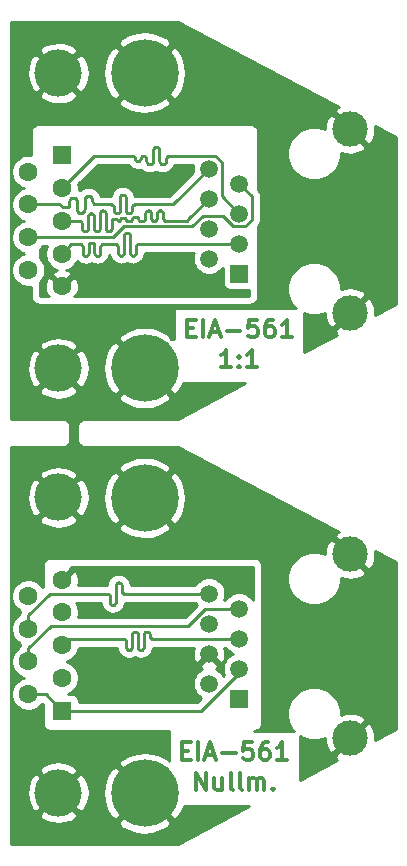
<source format=gbr>
G04 #@! TF.GenerationSoftware,KiCad,Pcbnew,5.1.9+dfsg1-1~bpo10+1*
G04 #@! TF.CreationDate,2021-10-30T02:35:50+00:00*
G04 #@! TF.ProjectId,rack-ser-adapter,7261636b-2d73-4657-922d-616461707465,rev?*
G04 #@! TF.SameCoordinates,Original*
G04 #@! TF.FileFunction,Copper,L1,Top*
G04 #@! TF.FilePolarity,Positive*
%FSLAX46Y46*%
G04 Gerber Fmt 4.6, Leading zero omitted, Abs format (unit mm)*
G04 Created by KiCad (PCBNEW 5.1.9+dfsg1-1~bpo10+1) date 2021-10-30 02:35:50*
%MOMM*%
%LPD*%
G01*
G04 APERTURE LIST*
G04 #@! TA.AperFunction,NonConductor*
%ADD10C,0.300000*%
G04 #@! TD*
G04 #@! TA.AperFunction,ComponentPad*
%ADD11R,1.600000X1.600000*%
G04 #@! TD*
G04 #@! TA.AperFunction,ComponentPad*
%ADD12C,1.600000*%
G04 #@! TD*
G04 #@! TA.AperFunction,ComponentPad*
%ADD13C,4.000000*%
G04 #@! TD*
G04 #@! TA.AperFunction,ComponentPad*
%ADD14C,3.000000*%
G04 #@! TD*
G04 #@! TA.AperFunction,ComponentPad*
%ADD15C,1.500000*%
G04 #@! TD*
G04 #@! TA.AperFunction,ComponentPad*
%ADD16R,1.500000X1.500000*%
G04 #@! TD*
G04 #@! TA.AperFunction,ComponentPad*
%ADD17C,5.700000*%
G04 #@! TD*
G04 #@! TA.AperFunction,ViaPad*
%ADD18C,0.600000*%
G04 #@! TD*
G04 #@! TA.AperFunction,Conductor*
%ADD19C,0.250000*%
G04 #@! TD*
G04 #@! TA.AperFunction,Conductor*
%ADD20C,0.254000*%
G04 #@! TD*
G04 #@! TA.AperFunction,Conductor*
%ADD21C,0.100000*%
G04 #@! TD*
G04 APERTURE END LIST*
D10*
X115207142Y-132417857D02*
X115707142Y-132417857D01*
X115921428Y-133203571D02*
X115207142Y-133203571D01*
X115207142Y-131703571D01*
X115921428Y-131703571D01*
X116564285Y-133203571D02*
X116564285Y-131703571D01*
X117207142Y-132775000D02*
X117921428Y-132775000D01*
X117064285Y-133203571D02*
X117564285Y-131703571D01*
X118064285Y-133203571D01*
X118564285Y-132632142D02*
X119707142Y-132632142D01*
X121135714Y-131703571D02*
X120421428Y-131703571D01*
X120350000Y-132417857D01*
X120421428Y-132346428D01*
X120564285Y-132275000D01*
X120921428Y-132275000D01*
X121064285Y-132346428D01*
X121135714Y-132417857D01*
X121207142Y-132560714D01*
X121207142Y-132917857D01*
X121135714Y-133060714D01*
X121064285Y-133132142D01*
X120921428Y-133203571D01*
X120564285Y-133203571D01*
X120421428Y-133132142D01*
X120350000Y-133060714D01*
X122492857Y-131703571D02*
X122207142Y-131703571D01*
X122064285Y-131775000D01*
X121992857Y-131846428D01*
X121850000Y-132060714D01*
X121778571Y-132346428D01*
X121778571Y-132917857D01*
X121850000Y-133060714D01*
X121921428Y-133132142D01*
X122064285Y-133203571D01*
X122350000Y-133203571D01*
X122492857Y-133132142D01*
X122564285Y-133060714D01*
X122635714Y-132917857D01*
X122635714Y-132560714D01*
X122564285Y-132417857D01*
X122492857Y-132346428D01*
X122350000Y-132275000D01*
X122064285Y-132275000D01*
X121921428Y-132346428D01*
X121850000Y-132417857D01*
X121778571Y-132560714D01*
X124064285Y-133203571D02*
X123207142Y-133203571D01*
X123635714Y-133203571D02*
X123635714Y-131703571D01*
X123492857Y-131917857D01*
X123350000Y-132060714D01*
X123207142Y-132132142D01*
X116350000Y-135753571D02*
X116350000Y-134253571D01*
X117207142Y-135753571D01*
X117207142Y-134253571D01*
X118564285Y-134753571D02*
X118564285Y-135753571D01*
X117921428Y-134753571D02*
X117921428Y-135539285D01*
X117992857Y-135682142D01*
X118135714Y-135753571D01*
X118350000Y-135753571D01*
X118492857Y-135682142D01*
X118564285Y-135610714D01*
X119492857Y-135753571D02*
X119350000Y-135682142D01*
X119278571Y-135539285D01*
X119278571Y-134253571D01*
X120278571Y-135753571D02*
X120135714Y-135682142D01*
X120064285Y-135539285D01*
X120064285Y-134253571D01*
X120850000Y-135753571D02*
X120850000Y-134753571D01*
X120850000Y-134896428D02*
X120921428Y-134825000D01*
X121064285Y-134753571D01*
X121278571Y-134753571D01*
X121421428Y-134825000D01*
X121492857Y-134967857D01*
X121492857Y-135753571D01*
X121492857Y-134967857D02*
X121564285Y-134825000D01*
X121707142Y-134753571D01*
X121921428Y-134753571D01*
X122064285Y-134825000D01*
X122135714Y-134967857D01*
X122135714Y-135753571D01*
X122850000Y-135610714D02*
X122921428Y-135682142D01*
X122850000Y-135753571D01*
X122778571Y-135682142D01*
X122850000Y-135610714D01*
X122850000Y-135753571D01*
X115607142Y-96617857D02*
X116107142Y-96617857D01*
X116321428Y-97403571D02*
X115607142Y-97403571D01*
X115607142Y-95903571D01*
X116321428Y-95903571D01*
X116964285Y-97403571D02*
X116964285Y-95903571D01*
X117607142Y-96975000D02*
X118321428Y-96975000D01*
X117464285Y-97403571D02*
X117964285Y-95903571D01*
X118464285Y-97403571D01*
X118964285Y-96832142D02*
X120107142Y-96832142D01*
X121535714Y-95903571D02*
X120821428Y-95903571D01*
X120750000Y-96617857D01*
X120821428Y-96546428D01*
X120964285Y-96475000D01*
X121321428Y-96475000D01*
X121464285Y-96546428D01*
X121535714Y-96617857D01*
X121607142Y-96760714D01*
X121607142Y-97117857D01*
X121535714Y-97260714D01*
X121464285Y-97332142D01*
X121321428Y-97403571D01*
X120964285Y-97403571D01*
X120821428Y-97332142D01*
X120750000Y-97260714D01*
X122892857Y-95903571D02*
X122607142Y-95903571D01*
X122464285Y-95975000D01*
X122392857Y-96046428D01*
X122250000Y-96260714D01*
X122178571Y-96546428D01*
X122178571Y-97117857D01*
X122250000Y-97260714D01*
X122321428Y-97332142D01*
X122464285Y-97403571D01*
X122750000Y-97403571D01*
X122892857Y-97332142D01*
X122964285Y-97260714D01*
X123035714Y-97117857D01*
X123035714Y-96760714D01*
X122964285Y-96617857D01*
X122892857Y-96546428D01*
X122750000Y-96475000D01*
X122464285Y-96475000D01*
X122321428Y-96546428D01*
X122250000Y-96617857D01*
X122178571Y-96760714D01*
X124464285Y-97403571D02*
X123607142Y-97403571D01*
X124035714Y-97403571D02*
X124035714Y-95903571D01*
X123892857Y-96117857D01*
X123750000Y-96260714D01*
X123607142Y-96332142D01*
X119357142Y-99953571D02*
X118500000Y-99953571D01*
X118928571Y-99953571D02*
X118928571Y-98453571D01*
X118785714Y-98667857D01*
X118642857Y-98810714D01*
X118500000Y-98882142D01*
X120000000Y-99810714D02*
X120071428Y-99882142D01*
X120000000Y-99953571D01*
X119928571Y-99882142D01*
X120000000Y-99810714D01*
X120000000Y-99953571D01*
X120000000Y-99025000D02*
X120071428Y-99096428D01*
X120000000Y-99167857D01*
X119928571Y-99096428D01*
X120000000Y-99025000D01*
X120000000Y-99167857D01*
X121500000Y-99953571D02*
X120642857Y-99953571D01*
X121071428Y-99953571D02*
X121071428Y-98453571D01*
X120928571Y-98667857D01*
X120785714Y-98810714D01*
X120642857Y-98882142D01*
D11*
X105000000Y-129000000D03*
D12*
X105000000Y-126230000D03*
X105000000Y-123460000D03*
X105000000Y-120690000D03*
X105000000Y-117920000D03*
X102160000Y-127615000D03*
X102160000Y-124845000D03*
X102160000Y-122075000D03*
X102160000Y-119305000D03*
D13*
X104700000Y-110960000D03*
X104700000Y-135960000D03*
D14*
X129400000Y-79785000D03*
D15*
X120000000Y-89460000D03*
X120000000Y-86920000D03*
X117460000Y-88190000D03*
X120000000Y-84380000D03*
D16*
X120000000Y-92000000D03*
D15*
X117460000Y-90730000D03*
D14*
X129400000Y-95325000D03*
D15*
X117460000Y-83110000D03*
X117460000Y-85650000D03*
D17*
X112000000Y-75000000D03*
X112000000Y-100000000D03*
D11*
X105000000Y-82000000D03*
D12*
X105000000Y-84770000D03*
X105000000Y-87540000D03*
X105000000Y-90310000D03*
X105000000Y-93080000D03*
X102160000Y-83385000D03*
X102160000Y-86155000D03*
X102160000Y-88925000D03*
X102160000Y-91695000D03*
D13*
X104700000Y-75040000D03*
X104700000Y-100040000D03*
D17*
X112000000Y-111000000D03*
X112000000Y-136000000D03*
D14*
X129400000Y-115785000D03*
D15*
X120000000Y-125460000D03*
X120000000Y-122920000D03*
X117460000Y-124190000D03*
X120000000Y-120380000D03*
D16*
X120000000Y-128000000D03*
D15*
X117460000Y-126730000D03*
D14*
X129400000Y-131325000D03*
D15*
X117460000Y-119110000D03*
X117460000Y-121650000D03*
D18*
X112000000Y-84000000D03*
X114000000Y-84000000D03*
X108000000Y-84000000D03*
X109000000Y-85000000D03*
X110800000Y-120500000D03*
X114400000Y-120500000D03*
X120000000Y-117600000D03*
X112600000Y-117600000D03*
D19*
X118535001Y-85455001D02*
X120000000Y-86920000D01*
X118535001Y-82593999D02*
X118535001Y-85455001D01*
X117976001Y-82034999D02*
X118535001Y-82593999D01*
X114090137Y-82034999D02*
X117976001Y-82034999D01*
X114028943Y-82041893D02*
X114090137Y-82034999D01*
X113970818Y-82062232D02*
X114028943Y-82041893D01*
X113918677Y-82094995D02*
X113970818Y-82062232D01*
X113875133Y-82138539D02*
X113918677Y-82094995D01*
X113842370Y-82190680D02*
X113875133Y-82138539D01*
X113822031Y-82248805D02*
X113842370Y-82190680D01*
X113815137Y-82309999D02*
X113822031Y-82248805D01*
X113815137Y-82493123D02*
X113815137Y-82309999D01*
X113808242Y-82554316D02*
X113815137Y-82493123D01*
X113787903Y-82612441D02*
X113808242Y-82554316D01*
X113755140Y-82664582D02*
X113787903Y-82612441D01*
X113711596Y-82708126D02*
X113755140Y-82664582D01*
X113659455Y-82740889D02*
X113711596Y-82708126D01*
X113601330Y-82761228D02*
X113659455Y-82740889D01*
X113540137Y-82768123D02*
X113601330Y-82761228D01*
X113478943Y-82761228D02*
X113540137Y-82768123D01*
X113420818Y-82740889D02*
X113478943Y-82761228D01*
X113368677Y-82708126D02*
X113420818Y-82740889D01*
X113325133Y-82664582D02*
X113368677Y-82708126D01*
X113292370Y-82612441D02*
X113325133Y-82664582D01*
X113272031Y-82554316D02*
X113292370Y-82612441D01*
X113265137Y-82493123D02*
X113272031Y-82554316D01*
X113265137Y-81576875D02*
X113265137Y-82493123D01*
X113258242Y-81515682D02*
X113265137Y-81576875D01*
X113237903Y-81457557D02*
X113258242Y-81515682D01*
X113205140Y-81405416D02*
X113237903Y-81457557D01*
X113161596Y-81361872D02*
X113205140Y-81405416D01*
X113109455Y-81329109D02*
X113161596Y-81361872D01*
X113051330Y-81308770D02*
X113109455Y-81329109D01*
X112990137Y-81301875D02*
X113051330Y-81308770D01*
X111797907Y-82056049D02*
X111842836Y-82040328D01*
X111757603Y-82081374D02*
X111797907Y-82056049D01*
X111698619Y-82155337D02*
X111723944Y-82115033D01*
X111682898Y-82200266D02*
X111698619Y-82155337D01*
X111672239Y-82294867D02*
X111682898Y-82200266D01*
X111631193Y-82380100D02*
X111656518Y-82339796D01*
X111597534Y-82413759D02*
X111631193Y-82380100D01*
X111557230Y-82439084D02*
X111597534Y-82413759D01*
X111656518Y-82339796D02*
X111672239Y-82294867D01*
X111512301Y-82454805D02*
X111557230Y-82439084D01*
X111465001Y-82460135D02*
X111512301Y-82454805D01*
X111390137Y-82460135D02*
X111465001Y-82460135D01*
X111342836Y-82454805D02*
X111390137Y-82460135D01*
X105000000Y-84770000D02*
X107735001Y-82034999D01*
X111131193Y-82115033D02*
X111156518Y-82155337D01*
X111172239Y-82200266D02*
X111182898Y-82294867D01*
X111842836Y-82040328D02*
X111890137Y-82034999D01*
X110965001Y-82034999D02*
X111012301Y-82040328D01*
X111012301Y-82040328D02*
X111057230Y-82056049D01*
X107735001Y-82034999D02*
X110965001Y-82034999D01*
X111057230Y-82056049D02*
X111097534Y-82081374D01*
X111257603Y-82413759D02*
X111297907Y-82439084D01*
X111097534Y-82081374D02*
X111131193Y-82115033D01*
X111156518Y-82155337D02*
X111172239Y-82200266D01*
X111182898Y-82294867D02*
X111198619Y-82339796D01*
X111223944Y-82380100D02*
X111257603Y-82413759D01*
X111723944Y-82115033D02*
X111757603Y-82081374D01*
X111297907Y-82439084D02*
X111342836Y-82454805D01*
X112165137Y-82493123D02*
X112172031Y-82554316D01*
X111198619Y-82339796D02*
X111223944Y-82380100D01*
X112225133Y-82664582D02*
X112268677Y-82708126D01*
X111890137Y-82034999D02*
X111951330Y-82041893D01*
X111951330Y-82041893D02*
X112009455Y-82062232D01*
X112009455Y-82062232D02*
X112061596Y-82094995D01*
X112061596Y-82094995D02*
X112105140Y-82138539D01*
X112105140Y-82138539D02*
X112137903Y-82190680D01*
X112715137Y-81576875D02*
X112722031Y-81515682D01*
X112137903Y-82190680D02*
X112158242Y-82248805D01*
X112158242Y-82248805D02*
X112165137Y-82309999D01*
X112165137Y-82309999D02*
X112165137Y-82493123D01*
X112172031Y-82554316D02*
X112192370Y-82612441D01*
X112192370Y-82612441D02*
X112225133Y-82664582D01*
X112268677Y-82708126D02*
X112320818Y-82740889D01*
X112320818Y-82740889D02*
X112378943Y-82761228D01*
X112378943Y-82761228D02*
X112440137Y-82768123D01*
X112775133Y-81405416D02*
X112818677Y-81361872D01*
X112440137Y-82768123D02*
X112501330Y-82761228D01*
X112501330Y-82761228D02*
X112559455Y-82740889D01*
X112559455Y-82740889D02*
X112611596Y-82708126D01*
X112611596Y-82708126D02*
X112655140Y-82664582D01*
X112655140Y-82664582D02*
X112687903Y-82612441D01*
X112687903Y-82612441D02*
X112708242Y-82554316D01*
X112708242Y-82554316D02*
X112715137Y-82493123D01*
X112715137Y-82493123D02*
X112715137Y-81576875D01*
X112722031Y-81515682D02*
X112742370Y-81457557D01*
X112742370Y-81457557D02*
X112775133Y-81405416D01*
X112818677Y-81361872D02*
X112870818Y-81329109D01*
X112870818Y-81329109D02*
X112928943Y-81308770D01*
X112928943Y-81308770D02*
X112990137Y-81301875D01*
X115800597Y-87309403D02*
X117460000Y-85650000D01*
X113654127Y-87485458D02*
X113701529Y-87515243D01*
X113566268Y-87345631D02*
X113584757Y-87398471D01*
X113560000Y-87290000D02*
X113566268Y-87345631D01*
X113560000Y-86913881D02*
X113560000Y-87290000D01*
X113535242Y-86805411D02*
X113553731Y-86858251D01*
X113505457Y-86758009D02*
X113535242Y-86805411D01*
X113465872Y-86718424D02*
X113505457Y-86758009D01*
X113418470Y-86688639D02*
X113465872Y-86718424D01*
X113066268Y-86858251D02*
X113084757Y-86805411D01*
X113060000Y-86913881D02*
X113066268Y-86858251D01*
X113053731Y-87345631D02*
X113060000Y-87290000D01*
X113005457Y-87445873D02*
X113035242Y-87398471D01*
X112965872Y-87485458D02*
X113005457Y-87445873D01*
X112865630Y-87533732D02*
X112918470Y-87515243D01*
X112810000Y-87540000D02*
X112865630Y-87533732D01*
X112754369Y-87533732D02*
X112810000Y-87540000D01*
X112560000Y-87290000D02*
X112566268Y-87345631D01*
X112560000Y-86913881D02*
X112560000Y-87290000D01*
X112553731Y-86858251D02*
X112560000Y-86913881D01*
X112535242Y-86805411D02*
X112553731Y-86858251D01*
X112465872Y-86718424D02*
X112505457Y-86758009D01*
X112310000Y-86663881D02*
X112365630Y-86670150D01*
X112201529Y-86688639D02*
X112254369Y-86670150D01*
X112060000Y-87290000D02*
X112060000Y-86913881D01*
X112053731Y-87345631D02*
X112060000Y-87290000D01*
X112035242Y-87398471D02*
X112053731Y-87345631D01*
X112005457Y-87445873D02*
X112035242Y-87398471D01*
X111965872Y-87485458D02*
X112005457Y-87445873D01*
X111918470Y-87515243D02*
X111965872Y-87485458D01*
X111865630Y-87533732D02*
X111918470Y-87515243D01*
X111810000Y-87540000D02*
X111865630Y-87533732D01*
X111636118Y-87540000D02*
X111810000Y-87540000D01*
X111599833Y-87535912D02*
X111636118Y-87540000D01*
X111565369Y-87523853D02*
X111599833Y-87535912D01*
X111534452Y-87504426D02*
X111565369Y-87523853D01*
X111508633Y-87478607D02*
X111534452Y-87504426D01*
X111489206Y-87447690D02*
X111508633Y-87478607D01*
X111477147Y-87413226D02*
X111489206Y-87447690D01*
X111468970Y-87340656D02*
X111477147Y-87413226D01*
X111456911Y-87306192D02*
X111468970Y-87340656D01*
X111437484Y-87275275D02*
X111456911Y-87306192D01*
X111411665Y-87249456D02*
X111437484Y-87275275D01*
X111380748Y-87230029D02*
X111411665Y-87249456D01*
X111346284Y-87217970D02*
X111380748Y-87230029D01*
X111310000Y-87213881D02*
X111346284Y-87217970D01*
X111136118Y-87213881D02*
X111310000Y-87213881D01*
X111099833Y-87217970D02*
X111136118Y-87213881D01*
X111065369Y-87230029D02*
X111099833Y-87217970D01*
X111034452Y-87249456D02*
X111065369Y-87230029D01*
X111008633Y-87275275D02*
X111034452Y-87249456D01*
X110989206Y-87306192D02*
X111008633Y-87275275D01*
X110977147Y-87340656D02*
X110989206Y-87306192D01*
X110968970Y-87413226D02*
X110977147Y-87340656D01*
X110956911Y-87447690D02*
X110968970Y-87413226D01*
X110937484Y-87478607D02*
X110956911Y-87447690D01*
X110911665Y-87504426D02*
X110937484Y-87478607D01*
X110880748Y-87523853D02*
X110911665Y-87504426D01*
X110846284Y-87535912D02*
X110880748Y-87523853D01*
X110810000Y-87540000D02*
X110846284Y-87535912D01*
X110536118Y-87540000D02*
X110810000Y-87540000D01*
X110510960Y-87537166D02*
X110536118Y-87540000D01*
X110487063Y-87528804D02*
X110510960Y-87537166D01*
X110465626Y-87515335D02*
X110487063Y-87528804D01*
X110447724Y-87497433D02*
X110465626Y-87515335D01*
X110434255Y-87475996D02*
X110447724Y-87497433D01*
X110425893Y-87452099D02*
X110434255Y-87475996D01*
X108210000Y-86913881D02*
X108216268Y-86858251D01*
X108203731Y-88221749D02*
X108210000Y-88166119D01*
X108210000Y-88166119D02*
X108210000Y-86913881D01*
X108115872Y-88361576D02*
X108155457Y-88321991D01*
X108068470Y-88391361D02*
X108115872Y-88361576D01*
X108015630Y-88409850D02*
X108068470Y-88391361D01*
X113614542Y-87445873D02*
X113654127Y-87485458D01*
X107734757Y-88274589D02*
X107764542Y-88321991D01*
X109925893Y-87401783D02*
X109934255Y-87377886D01*
X112654127Y-87485458D02*
X112701529Y-87515243D01*
X107716268Y-88221749D02*
X107734757Y-88274589D01*
X107764542Y-88321991D02*
X107804127Y-88361576D01*
X106655457Y-87634127D02*
X106685242Y-87681529D01*
X107710000Y-87163881D02*
X107710000Y-88166119D01*
X109880491Y-87515335D02*
X109898393Y-87497433D01*
X107851529Y-88391361D02*
X107904369Y-88409850D01*
X106568470Y-87564757D02*
X106615872Y-87594542D01*
X107703731Y-87108251D02*
X107710000Y-87163881D01*
X112584757Y-87398471D02*
X112614542Y-87445873D01*
X107685242Y-87055411D02*
X107703731Y-87108251D01*
X110420224Y-87401783D02*
X110425893Y-87452099D01*
X113310000Y-86663881D02*
X113365630Y-86670150D01*
X107615872Y-86968424D02*
X107655457Y-87008009D01*
X107568470Y-86938639D02*
X107615872Y-86968424D01*
X113035242Y-87398471D02*
X113053731Y-87345631D01*
X107515630Y-86920150D02*
X107568470Y-86938639D01*
X110380491Y-87338547D02*
X110398393Y-87356449D01*
X108304127Y-86718424D02*
X108351529Y-86688639D01*
X115570000Y-87540000D02*
X115800597Y-87309403D01*
X107460000Y-86913881D02*
X107515630Y-86920150D01*
X109810000Y-87540000D02*
X109835157Y-87537166D01*
X107804127Y-88361576D02*
X107851529Y-88391361D01*
X113701529Y-87515243D02*
X113754369Y-87533732D01*
X107351529Y-86938639D02*
X107404369Y-86920150D01*
X108155457Y-88321991D02*
X108185242Y-88274589D01*
X112254369Y-86670150D02*
X112310000Y-86663881D01*
X106710000Y-88166119D02*
X106716268Y-88221749D01*
X113754369Y-87533732D02*
X113810000Y-87540000D01*
X106703731Y-87734369D02*
X106710000Y-87790000D01*
X108216268Y-86858251D02*
X108234757Y-86805411D01*
X106460000Y-87540000D02*
X106515630Y-87546268D01*
X113084757Y-86805411D02*
X113114542Y-86758009D01*
X107655457Y-87008009D02*
X107685242Y-87055411D01*
X106685242Y-87681529D02*
X106703731Y-87734369D01*
X109185242Y-88274589D02*
X109203731Y-88221749D01*
X113254369Y-86670150D02*
X113310000Y-86663881D01*
X106960000Y-88416119D02*
X107015630Y-88409850D01*
X109898393Y-87497433D02*
X109911862Y-87475996D01*
X106710000Y-87790000D02*
X106710000Y-88166119D01*
X112505457Y-86758009D02*
X112535242Y-86805411D01*
X107404369Y-86920150D02*
X107460000Y-86913881D01*
X110359054Y-87325078D02*
X110380491Y-87338547D01*
X106615872Y-87594542D02*
X106655457Y-87634127D01*
X109660148Y-87372602D02*
X109676844Y-87383093D01*
X113810000Y-87540000D02*
X115570000Y-87540000D01*
X106764542Y-88321991D02*
X106804127Y-88361576D01*
X109965626Y-87338547D02*
X109987063Y-87325078D01*
X113060000Y-87290000D02*
X113060000Y-86913881D01*
X107115872Y-88361576D02*
X107155457Y-88321991D01*
X113365630Y-86670150D02*
X113418470Y-86688639D01*
X106716268Y-88221749D02*
X106734757Y-88274589D01*
X113553731Y-86858251D02*
X113560000Y-86913881D01*
X107185242Y-88274589D02*
X107203731Y-88221749D01*
X106515630Y-87546268D02*
X106568470Y-87564757D01*
X109690788Y-87397037D02*
X109701279Y-87413733D01*
X108264542Y-86758009D02*
X108304127Y-86718424D01*
X106734757Y-88274589D02*
X106764542Y-88321991D01*
X113201529Y-86688639D02*
X113254369Y-86670150D01*
X107068470Y-88391361D02*
X107115872Y-88361576D01*
X108234757Y-86805411D02*
X108264542Y-86758009D01*
X112566268Y-87345631D02*
X112584757Y-87398471D01*
X107210000Y-88166119D02*
X107210000Y-87163881D01*
X107960000Y-88416119D02*
X108015630Y-88409850D01*
X107710000Y-88166119D02*
X107716268Y-88221749D01*
X105000000Y-87540000D02*
X106460000Y-87540000D01*
X108351529Y-86688639D02*
X108404369Y-86670150D01*
X112701529Y-87515243D02*
X112754369Y-87533732D01*
X107304127Y-86968424D02*
X107351529Y-86938639D01*
X106804127Y-88361576D02*
X106851529Y-88391361D01*
X108185242Y-88274589D02*
X108203731Y-88221749D01*
X106851529Y-88391361D02*
X106904369Y-88409850D01*
X108515630Y-86670150D02*
X108568470Y-86688639D01*
X113584757Y-87398471D02*
X113614542Y-87445873D01*
X107234757Y-87055411D02*
X107264542Y-87008009D01*
X110398393Y-87356449D02*
X110411862Y-87377886D01*
X113114542Y-86758009D02*
X113154127Y-86718424D01*
X106904369Y-88409850D02*
X106960000Y-88416119D01*
X112918470Y-87515243D02*
X112965872Y-87485458D01*
X107015630Y-88409850D02*
X107068470Y-88391361D01*
X107904369Y-88409850D02*
X107960000Y-88416119D01*
X112365630Y-86670150D02*
X112418470Y-86688639D01*
X107155457Y-88321991D02*
X107185242Y-88274589D01*
X113154127Y-86718424D02*
X113201529Y-86688639D01*
X107203731Y-88221749D02*
X107210000Y-88166119D01*
X109835157Y-87537166D02*
X109859054Y-87528804D01*
X112614542Y-87445873D02*
X112654127Y-87485458D01*
X107210000Y-87163881D02*
X107216268Y-87108251D01*
X112418470Y-86688639D02*
X112465872Y-86718424D01*
X107216268Y-87108251D02*
X107234757Y-87055411D01*
X107264542Y-87008009D02*
X107304127Y-86968424D01*
X108404369Y-86670150D02*
X108460000Y-86663881D01*
X108460000Y-86663881D02*
X108515630Y-86670150D01*
X108568470Y-86688639D02*
X108615872Y-86718424D01*
X108615872Y-86718424D02*
X108655457Y-86758009D01*
X108655457Y-86758009D02*
X108685242Y-86805411D01*
X108685242Y-86805411D02*
X108703731Y-86858251D01*
X108703731Y-86858251D02*
X108710000Y-86913881D01*
X112066268Y-86858251D02*
X112084757Y-86805411D01*
X108710000Y-86913881D02*
X108710000Y-88166119D01*
X108710000Y-88166119D02*
X108716268Y-88221749D01*
X108716268Y-88221749D02*
X108734757Y-88274589D01*
X108734757Y-88274589D02*
X108764542Y-88321991D01*
X108764542Y-88321991D02*
X108804127Y-88361576D01*
X108804127Y-88361576D02*
X108851529Y-88391361D01*
X108851529Y-88391361D02*
X108904369Y-88409850D01*
X112114542Y-86758009D02*
X112154127Y-86718424D01*
X108904369Y-88409850D02*
X108960000Y-88416119D01*
X108960000Y-88416119D02*
X109015630Y-88409850D01*
X109015630Y-88409850D02*
X109068470Y-88391361D01*
X109068470Y-88391361D02*
X109115872Y-88361576D01*
X109115872Y-88361576D02*
X109155457Y-88321991D01*
X109155457Y-88321991D02*
X109185242Y-88274589D01*
X109203731Y-88221749D02*
X109210000Y-88166119D01*
X109210000Y-88166119D02*
X109210000Y-87451940D01*
X109210000Y-87451940D02*
X109212207Y-87432346D01*
X112060000Y-86913881D02*
X112066268Y-86858251D01*
X109212207Y-87432346D02*
X109218720Y-87413733D01*
X112084757Y-86805411D02*
X112114542Y-86758009D01*
X109218720Y-87413733D02*
X109229211Y-87397037D01*
X109229211Y-87397037D02*
X109243155Y-87383093D01*
X109243155Y-87383093D02*
X109259851Y-87372602D01*
X109259851Y-87372602D02*
X109278464Y-87366089D01*
X109278464Y-87366089D02*
X109298059Y-87363881D01*
X109298059Y-87363881D02*
X109621941Y-87363881D01*
X109621941Y-87363881D02*
X109641535Y-87366089D01*
X109641535Y-87366089D02*
X109660148Y-87372602D01*
X109676844Y-87383093D02*
X109690788Y-87397037D01*
X109701279Y-87413733D02*
X109707792Y-87432346D01*
X109707792Y-87432346D02*
X109712207Y-87471536D01*
X109712207Y-87471536D02*
X109718720Y-87490149D01*
X109718720Y-87490149D02*
X109729211Y-87506845D01*
X112154127Y-86718424D02*
X112201529Y-86688639D01*
X109729211Y-87506845D02*
X109743155Y-87520789D01*
X109743155Y-87520789D02*
X109759851Y-87531280D01*
X109759851Y-87531280D02*
X109778464Y-87537793D01*
X109778464Y-87537793D02*
X109798059Y-87540000D01*
X109798059Y-87540000D02*
X109810000Y-87540000D01*
X109859054Y-87528804D02*
X109880491Y-87515335D01*
X109911862Y-87475996D02*
X109920224Y-87452099D01*
X109920224Y-87452099D02*
X109925893Y-87401783D01*
X109934255Y-87377886D02*
X109947724Y-87356449D01*
X109947724Y-87356449D02*
X109965626Y-87338547D01*
X109987063Y-87325078D02*
X110010960Y-87316716D01*
X110010960Y-87316716D02*
X110036118Y-87313881D01*
X110036118Y-87313881D02*
X110310000Y-87313881D01*
X110310000Y-87313881D02*
X110335157Y-87316716D01*
X110335157Y-87316716D02*
X110359054Y-87325078D01*
X110411862Y-87377886D02*
X110420224Y-87401783D01*
X114415000Y-86155000D02*
X117460000Y-83110000D01*
X111155000Y-86155000D02*
X114415000Y-86155000D01*
X111046529Y-86179757D02*
X111099369Y-86161268D01*
X110999127Y-86209542D02*
X111046529Y-86179757D01*
X110959542Y-86249127D02*
X110999127Y-86209542D01*
X110905000Y-86405000D02*
X110911268Y-86349369D01*
X110905000Y-86641458D02*
X110905000Y-86405000D01*
X110898731Y-86697088D02*
X110905000Y-86641458D01*
X110850457Y-86797330D02*
X110880242Y-86749928D01*
X110810872Y-86836915D02*
X110850457Y-86797330D01*
X105773909Y-85638186D02*
X105831372Y-85618079D01*
X106911851Y-86646057D02*
X106920000Y-86573738D01*
X106736012Y-86866552D02*
X106797634Y-86827833D01*
X111099369Y-86161268D02*
X111155000Y-86155000D01*
X110310872Y-85373085D02*
X110350457Y-85412670D01*
X106453987Y-86866552D02*
X106522680Y-86890589D01*
X110405000Y-85568542D02*
X110405000Y-86641458D01*
X106278148Y-86646057D02*
X106302185Y-86714750D01*
X106270000Y-86573738D02*
X106278148Y-86646057D01*
X106243076Y-85765172D02*
X106263183Y-85822635D01*
X106797634Y-86827833D02*
X106849095Y-86776372D01*
X106210686Y-85713624D02*
X106243076Y-85765172D01*
X106167638Y-85670576D02*
X106210686Y-85713624D01*
X106116090Y-85638186D02*
X106167638Y-85670576D01*
X106058627Y-85618079D02*
X106116090Y-85638186D01*
X110350457Y-85412670D02*
X110380242Y-85460072D01*
X105998131Y-85611262D02*
X106058627Y-85618079D01*
X105831372Y-85618079D02*
X105891869Y-85611262D01*
X105722361Y-85670576D02*
X105773909Y-85638186D01*
X109499127Y-86836915D02*
X109546529Y-86866700D01*
X105012753Y-86372150D02*
X105035861Y-86386669D01*
X106952185Y-85595250D02*
X106990904Y-85533628D01*
X106667319Y-86890589D02*
X106736012Y-86866552D01*
X109850457Y-86797330D02*
X109880242Y-86749928D01*
X104978937Y-86329745D02*
X104993456Y-86352853D01*
X106263183Y-85822635D02*
X106270000Y-85883131D01*
X104969924Y-86303987D02*
X104978937Y-86329745D01*
X106595000Y-86898738D02*
X106667319Y-86890589D01*
X110411268Y-86697088D02*
X110429757Y-86749928D01*
X104963813Y-86249750D02*
X104969924Y-86303987D01*
X105035861Y-86386669D02*
X105061619Y-86395682D01*
X109429757Y-86749928D02*
X109459542Y-86797330D01*
X106340904Y-86776372D02*
X106392365Y-86827833D01*
X104954800Y-86223992D02*
X104963813Y-86249750D01*
X105679313Y-85713624D02*
X105722361Y-85670576D01*
X107602185Y-85971013D02*
X107640904Y-86032635D01*
X104920984Y-86181587D02*
X104940281Y-86200884D01*
X105620000Y-85883131D02*
X105626816Y-85822635D01*
X107692365Y-86084096D02*
X107753987Y-86122815D01*
X104897876Y-86167068D02*
X104920984Y-86181587D01*
X104940281Y-86200884D02*
X104954800Y-86223992D01*
X109411268Y-86697088D02*
X109429757Y-86749928D01*
X104993456Y-86352853D02*
X105012753Y-86372150D01*
X104872118Y-86158055D02*
X104897876Y-86167068D01*
X109459542Y-86797330D02*
X109499127Y-86836915D01*
X109599369Y-86885189D02*
X109655000Y-86891458D01*
X104845000Y-86155000D02*
X104872118Y-86158055D01*
X102160000Y-86155000D02*
X104845000Y-86155000D01*
X105088738Y-86398738D02*
X105495000Y-86398738D01*
X107822680Y-86146852D02*
X107895000Y-86155000D01*
X105495000Y-86398738D02*
X105522118Y-86395682D01*
X106920000Y-85736262D02*
X106928148Y-85663943D01*
X106392365Y-86827833D02*
X106453987Y-86866552D01*
X109959542Y-85412670D02*
X109999127Y-85373085D01*
X105522118Y-86395682D02*
X105547876Y-86386669D01*
X105547876Y-86386669D02*
X105570984Y-86372150D01*
X109405000Y-86405000D02*
X109405000Y-86641458D01*
X106270000Y-85883131D02*
X106270000Y-86573738D01*
X109880242Y-86749928D02*
X109898731Y-86697088D01*
X105570984Y-86372150D02*
X105590281Y-86352853D01*
X106928148Y-85663943D02*
X106952185Y-85595250D01*
X105590281Y-86352853D02*
X105604800Y-86329745D01*
X109398731Y-86349369D02*
X109405000Y-86405000D01*
X105604800Y-86329745D02*
X105613813Y-86303987D01*
X106887814Y-86714750D02*
X106911851Y-86646057D01*
X110398731Y-85512912D02*
X110405000Y-85568542D01*
X105613813Y-86303987D02*
X105616869Y-86276869D01*
X106302185Y-86714750D02*
X106340904Y-86776372D01*
X105616869Y-86276869D02*
X105616869Y-86155000D01*
X105891869Y-85611262D02*
X105998131Y-85611262D01*
X107753987Y-86122815D02*
X107822680Y-86146852D01*
X105620000Y-86155000D02*
X105620000Y-85883131D01*
X105626816Y-85822635D02*
X105646923Y-85765172D01*
X106522680Y-86890589D02*
X106595000Y-86898738D01*
X105646923Y-85765172D02*
X105679313Y-85713624D01*
X106990904Y-85533628D02*
X107042365Y-85482167D01*
X107103987Y-85443448D02*
X107172680Y-85419411D01*
X107172680Y-85419411D02*
X107245000Y-85411262D01*
X107245000Y-85411262D02*
X107317319Y-85419411D01*
X107317319Y-85419411D02*
X107386012Y-85443448D01*
X109810872Y-86836915D02*
X109850457Y-86797330D01*
X110380242Y-85460072D02*
X110398731Y-85512912D01*
X107386012Y-85443448D02*
X107447634Y-85482167D01*
X107447634Y-85482167D02*
X107499095Y-85533628D01*
X109905000Y-85568542D02*
X109911268Y-85512912D01*
X107499095Y-85533628D02*
X107537814Y-85595250D01*
X110405000Y-86641458D02*
X110411268Y-86697088D01*
X107537814Y-85595250D02*
X107561851Y-85663943D01*
X110911268Y-86349369D02*
X110929757Y-86296529D01*
X110429757Y-86749928D02*
X110459542Y-86797330D01*
X107561851Y-85663943D02*
X107570000Y-85736262D01*
X109310872Y-86209542D02*
X109350457Y-86249127D01*
X107570000Y-85736262D02*
X107570000Y-85830000D01*
X109263470Y-86179757D02*
X109310872Y-86209542D01*
X110499127Y-86836915D02*
X110546529Y-86866700D01*
X107570000Y-85830000D02*
X107578148Y-85902320D01*
X107578148Y-85902320D02*
X107602185Y-85971013D01*
X107640904Y-86032635D02*
X107692365Y-86084096D01*
X107895000Y-86155000D02*
X109155000Y-86155000D01*
X110155000Y-85318542D02*
X110210630Y-85324811D01*
X109210630Y-86161268D02*
X109263470Y-86179757D01*
X109911268Y-85512912D02*
X109929757Y-85460072D01*
X110763470Y-86866700D02*
X110810872Y-86836915D01*
X109350457Y-86249127D02*
X109380242Y-86296529D01*
X109380242Y-86296529D02*
X109398731Y-86349369D01*
X110929757Y-86296529D02*
X110959542Y-86249127D01*
X109999127Y-85373085D02*
X110046529Y-85343300D01*
X105616869Y-86155000D02*
X105620000Y-86155000D01*
X109405000Y-86641458D02*
X109411268Y-86697088D01*
X105061619Y-86395682D02*
X105088738Y-86398738D01*
X109546529Y-86866700D02*
X109599369Y-86885189D01*
X107042365Y-85482167D02*
X107103987Y-85443448D01*
X109655000Y-86891458D02*
X109710630Y-86885189D01*
X109710630Y-86885189D02*
X109763470Y-86866700D01*
X106849095Y-86776372D02*
X106887814Y-86714750D01*
X109763470Y-86866700D02*
X109810872Y-86836915D01*
X109898731Y-86697088D02*
X109905000Y-86641458D01*
X109905000Y-86641458D02*
X109905000Y-85568542D01*
X106920000Y-86573738D02*
X106920000Y-85736262D01*
X109929757Y-85460072D02*
X109959542Y-85412670D01*
X110880242Y-86749928D02*
X110898731Y-86697088D01*
X110046529Y-85343300D02*
X110099369Y-85324811D01*
X110099369Y-85324811D02*
X110155000Y-85318542D01*
X110210630Y-85324811D02*
X110263470Y-85343300D01*
X109155000Y-86155000D02*
X109210630Y-86161268D01*
X110546529Y-86866700D02*
X110599369Y-86885189D01*
X110263470Y-85343300D02*
X110310872Y-85373085D01*
X110459542Y-86797330D02*
X110499127Y-86836915D01*
X110599369Y-86885189D02*
X110655000Y-86891458D01*
X110655000Y-86891458D02*
X110710630Y-86885189D01*
X110710630Y-86885189D02*
X110763470Y-86866700D01*
X121075001Y-85455001D02*
X120000000Y-84380000D01*
X120516001Y-87995001D02*
X121075001Y-87436001D01*
X119483999Y-87995001D02*
X120516001Y-87995001D01*
X118603997Y-87114999D02*
X119483999Y-87995001D01*
X116943999Y-87114999D02*
X118603997Y-87114999D01*
X116058998Y-88000000D02*
X116943999Y-87114999D01*
X110277203Y-88000000D02*
X116058998Y-88000000D01*
X109352203Y-88925000D02*
X110277203Y-88000000D01*
X121075001Y-87436001D02*
X121075001Y-85455001D01*
X102160000Y-88925000D02*
X109352203Y-88925000D01*
X119949999Y-89510001D02*
X120000000Y-89460000D01*
X111510001Y-89510001D02*
X119949999Y-89510001D01*
X111454370Y-89516269D02*
X111510001Y-89510001D01*
X111401530Y-89534758D02*
X111454370Y-89516269D01*
X111266269Y-89704370D02*
X111284758Y-89651530D01*
X111260001Y-89760001D02*
X111266269Y-89704370D01*
X111205458Y-90387198D02*
X111235243Y-90339796D01*
X110901530Y-90456568D02*
X110954370Y-90475057D01*
X110510001Y-88538676D02*
X110565631Y-88544945D01*
X110454370Y-88544945D02*
X110510001Y-88538676D01*
X110401530Y-88563434D02*
X110454370Y-88544945D01*
X110354128Y-88593219D02*
X110401530Y-88563434D01*
X110260001Y-90231326D02*
X110260001Y-88788676D01*
X110205458Y-90387198D02*
X110235243Y-90339796D01*
X110165873Y-90426783D02*
X110205458Y-90387198D01*
X110118471Y-90456568D02*
X110165873Y-90426783D01*
X109954370Y-90475057D02*
X110010001Y-90481326D01*
X109854128Y-90426783D02*
X109901530Y-90456568D01*
X109814543Y-90387198D02*
X109854128Y-90426783D01*
X109766269Y-90286956D02*
X109784758Y-90339796D01*
X109760001Y-90231326D02*
X109766269Y-90286956D01*
X108401530Y-89534758D02*
X108454370Y-89516269D01*
X108354128Y-89564543D02*
X108401530Y-89534758D01*
X110284758Y-88680206D02*
X110314543Y-88632804D01*
X107270909Y-89428827D02*
X107278826Y-89420910D01*
X109705458Y-89604128D02*
X109735243Y-89651530D01*
X107261254Y-89448875D02*
X107264952Y-89438307D01*
X108205458Y-90405711D02*
X108235243Y-90358309D01*
X109565631Y-89516269D02*
X109618471Y-89534758D01*
X107260001Y-90249839D02*
X107260001Y-89460001D01*
X110665873Y-88593219D02*
X110705458Y-88632804D01*
X107253732Y-90305469D02*
X107260001Y-90249839D01*
X110260001Y-88788676D02*
X110266269Y-88733046D01*
X107205458Y-90405711D02*
X107235243Y-90358309D01*
X109901530Y-90456568D02*
X109954370Y-90475057D01*
X107235243Y-90358309D02*
X107253732Y-90305469D01*
X107165873Y-90445296D02*
X107205458Y-90405711D01*
X111284758Y-89651530D02*
X111314543Y-89604128D01*
X106854128Y-90445296D02*
X106901530Y-90475081D01*
X109753732Y-89704370D02*
X109760001Y-89760001D01*
X106705458Y-89604128D02*
X106735243Y-89651530D01*
X108454370Y-89516269D02*
X108510001Y-89510001D01*
X107065631Y-90493570D02*
X107118471Y-90475081D01*
X110253732Y-90286956D02*
X110260001Y-90231326D01*
X107010001Y-90499839D02*
X107065631Y-90493570D01*
X111010001Y-90481326D02*
X111065631Y-90475057D01*
X106901530Y-90475081D02*
X106954370Y-90493570D01*
X110854128Y-90426783D02*
X110901530Y-90456568D01*
X107260001Y-89460001D02*
X107261254Y-89448875D01*
X110814543Y-90387198D02*
X110854128Y-90426783D01*
X105000000Y-90310000D02*
X105799999Y-89510001D01*
X110784758Y-90339796D02*
X110814543Y-90387198D01*
X105799999Y-89510001D02*
X106510001Y-89510001D01*
X109618471Y-89534758D02*
X109665873Y-89564543D01*
X106760001Y-89760001D02*
X106760001Y-90249839D01*
X110266269Y-88733046D02*
X110284758Y-88680206D01*
X106510001Y-89510001D02*
X106565631Y-89516269D01*
X111065631Y-90475057D02*
X111118471Y-90456568D01*
X106565631Y-89516269D02*
X106618471Y-89534758D01*
X108510001Y-89510001D02*
X109510001Y-89510001D01*
X106954370Y-90493570D02*
X107010001Y-90499839D01*
X110618471Y-88563434D02*
X110665873Y-88593219D01*
X106618471Y-89534758D02*
X106665873Y-89564543D01*
X110010001Y-90481326D02*
X110065631Y-90475057D01*
X106814543Y-90405711D02*
X106854128Y-90445296D01*
X106766269Y-90305469D02*
X106784758Y-90358309D01*
X110954370Y-90475057D02*
X111010001Y-90481326D01*
X106760001Y-90249839D02*
X106766269Y-90305469D01*
X110314543Y-88632804D02*
X110354128Y-88593219D01*
X106665873Y-89564543D02*
X106705458Y-89604128D01*
X109735243Y-89651530D02*
X109753732Y-89704370D01*
X106784758Y-90358309D02*
X106814543Y-90405711D01*
X108260001Y-90249839D02*
X108260001Y-89760001D01*
X108266269Y-89704370D02*
X108284758Y-89651530D01*
X111354128Y-89564543D02*
X111401530Y-89534758D01*
X106753732Y-89704370D02*
X106760001Y-89760001D01*
X110735243Y-88680206D02*
X110753732Y-88733046D01*
X107264952Y-89438307D02*
X107270909Y-89428827D01*
X111314543Y-89604128D02*
X111354128Y-89564543D01*
X106735243Y-89651530D02*
X106753732Y-89704370D01*
X107288306Y-89414953D02*
X107298874Y-89411255D01*
X111165873Y-90426783D02*
X111205458Y-90387198D01*
X107278826Y-89420910D02*
X107288306Y-89414953D01*
X110235243Y-90339796D02*
X110253732Y-90286956D01*
X107298874Y-89411255D02*
X107310001Y-89410001D01*
X110760001Y-90231326D02*
X110766269Y-90286956D01*
X107310001Y-89410001D02*
X107710001Y-89410001D01*
X111260001Y-90231326D02*
X111260001Y-89760001D01*
X107710001Y-89410001D02*
X107721127Y-89411255D01*
X111253732Y-90286956D02*
X111260001Y-90231326D01*
X107721127Y-89411255D02*
X107731695Y-89414953D01*
X109665873Y-89564543D02*
X109705458Y-89604128D01*
X107731695Y-89414953D02*
X107741175Y-89420910D01*
X110753732Y-88733046D02*
X110760001Y-88788676D01*
X107741175Y-89420910D02*
X107749092Y-89428827D01*
X110565631Y-88544945D02*
X110618471Y-88563434D01*
X107749092Y-89428827D02*
X107755049Y-89438307D01*
X110760001Y-88788676D02*
X110760001Y-90231326D01*
X107755049Y-89438307D02*
X107758747Y-89448875D01*
X109760001Y-89760001D02*
X109760001Y-90231326D01*
X107758747Y-89448875D02*
X107760001Y-89460001D01*
X111118471Y-90456568D02*
X111165873Y-90426783D01*
X107760001Y-89460001D02*
X107760001Y-90249839D01*
X110766269Y-90286956D02*
X110784758Y-90339796D01*
X107760001Y-90249839D02*
X107766269Y-90305469D01*
X111235243Y-90339796D02*
X111253732Y-90286956D01*
X107766269Y-90305469D02*
X107784758Y-90358309D01*
X110705458Y-88632804D02*
X110735243Y-88680206D01*
X107784758Y-90358309D02*
X107814543Y-90405711D01*
X108010001Y-90499839D02*
X108065631Y-90493570D01*
X109510001Y-89510001D02*
X109565631Y-89516269D01*
X107814543Y-90405711D02*
X107854128Y-90445296D01*
X108314543Y-89604128D02*
X108354128Y-89564543D01*
X107854128Y-90445296D02*
X107901530Y-90475081D01*
X108065631Y-90493570D02*
X108118471Y-90475081D01*
X109784758Y-90339796D02*
X109814543Y-90387198D01*
X107901530Y-90475081D02*
X107954370Y-90493570D01*
X108284758Y-89651530D02*
X108314543Y-89604128D01*
X107954370Y-90493570D02*
X108010001Y-90499839D01*
X108118471Y-90475081D02*
X108165873Y-90445296D01*
X108165873Y-90445296D02*
X108205458Y-90405711D01*
X108235243Y-90358309D02*
X108253732Y-90305469D01*
X107118471Y-90475081D02*
X107165873Y-90445296D01*
X108253732Y-90305469D02*
X108260001Y-90249839D01*
X110065631Y-90475057D02*
X110118471Y-90456568D01*
X108260001Y-89760001D02*
X108266269Y-89704370D01*
X103615000Y-127615000D02*
X105000000Y-129000000D01*
X102160000Y-127615000D02*
X103615000Y-127615000D01*
X120000000Y-125781002D02*
X120000000Y-125460000D01*
X116781002Y-129000000D02*
X120000000Y-125781002D01*
X105000000Y-129000000D02*
X116781002Y-129000000D01*
X112571529Y-122895243D02*
X112624369Y-122913732D01*
X112436268Y-122725631D02*
X112454757Y-122778471D01*
X112430000Y-122670000D02*
X112436268Y-122725631D01*
X112430000Y-122568798D02*
X112430000Y-122670000D01*
X112423731Y-122513168D02*
X112430000Y-122568798D01*
X112405242Y-122460328D02*
X112423731Y-122513168D01*
X112375457Y-122412926D02*
X112405242Y-122460328D01*
X112335872Y-122373341D02*
X112375457Y-122412926D01*
X112288470Y-122343556D02*
X112335872Y-122373341D01*
X112235630Y-122325067D02*
X112288470Y-122343556D01*
X112180000Y-122318798D02*
X112235630Y-122325067D01*
X112124369Y-122325067D02*
X112180000Y-122318798D01*
X112071529Y-122343556D02*
X112124369Y-122325067D01*
X112024127Y-122373341D02*
X112071529Y-122343556D01*
X110984542Y-122412926D02*
X111024127Y-122373341D01*
X110930000Y-122568798D02*
X110936268Y-122513168D01*
X111454757Y-123729672D02*
X111484542Y-123777074D01*
X110930000Y-123621202D02*
X110930000Y-122568798D01*
X110430000Y-123170000D02*
X110430000Y-123621202D01*
X110923731Y-123676832D02*
X110930000Y-123621202D01*
X111930000Y-123621202D02*
X111930000Y-122568798D01*
X110905242Y-123729672D02*
X110923731Y-123676832D01*
X110835872Y-123816659D02*
X110875457Y-123777074D01*
X110788470Y-123846444D02*
X110835872Y-123816659D01*
X110735630Y-123864933D02*
X110788470Y-123846444D01*
X110875457Y-123777074D02*
X110905242Y-123729672D01*
X110680000Y-123871202D02*
X110735630Y-123864933D01*
X111680000Y-123871202D02*
X111735630Y-123864933D01*
X110571529Y-123846444D02*
X110624369Y-123864933D01*
X111571529Y-123846444D02*
X111624369Y-123864933D01*
X110936268Y-122513168D02*
X110954757Y-122460328D01*
X110524127Y-123816659D02*
X110571529Y-123846444D01*
X111835872Y-123816659D02*
X111875457Y-123777074D01*
X110484542Y-123777074D02*
X110524127Y-123816659D01*
X110235630Y-122926268D02*
X110288470Y-122944757D01*
X111930000Y-122568798D02*
X111936268Y-122513168D01*
X105540000Y-122920000D02*
X110180000Y-122920000D01*
X111954757Y-122460328D02*
X111984542Y-122412926D01*
X105000000Y-123460000D02*
X105540000Y-122920000D01*
X112524127Y-122865458D02*
X112571529Y-122895243D01*
X110430000Y-123621202D02*
X110436268Y-123676832D01*
X110180000Y-122920000D02*
X110235630Y-122926268D01*
X115150672Y-122920000D02*
X120000000Y-122920000D01*
X110288470Y-122944757D02*
X110335872Y-122974542D01*
X112680000Y-122920000D02*
X115150672Y-122920000D01*
X110423731Y-123114369D02*
X110430000Y-123170000D01*
X110335872Y-122974542D02*
X110375457Y-123014127D01*
X110624369Y-123864933D02*
X110680000Y-123871202D01*
X111936268Y-122513168D02*
X111954757Y-122460328D01*
X110375457Y-123014127D02*
X110405242Y-123061529D01*
X111984542Y-122412926D02*
X112024127Y-122373341D01*
X110954757Y-122460328D02*
X110984542Y-122412926D01*
X112624369Y-122913732D02*
X112680000Y-122920000D01*
X110405242Y-123061529D02*
X110423731Y-123114369D01*
X110436268Y-123676832D02*
X110454757Y-123729672D01*
X112484542Y-122825873D02*
X112524127Y-122865458D01*
X110454757Y-123729672D02*
X110484542Y-123777074D01*
X111024127Y-122373341D02*
X111071529Y-122343556D01*
X112454757Y-122778471D02*
X112484542Y-122825873D01*
X111071529Y-122343556D02*
X111124369Y-122325067D01*
X111124369Y-122325067D02*
X111180000Y-122318798D01*
X111180000Y-122318798D02*
X111235630Y-122325067D01*
X111235630Y-122325067D02*
X111288470Y-122343556D01*
X111288470Y-122343556D02*
X111335872Y-122373341D01*
X111335872Y-122373341D02*
X111375457Y-122412926D01*
X111375457Y-122412926D02*
X111405242Y-122460328D01*
X111405242Y-122460328D02*
X111423731Y-122513168D01*
X111423731Y-122513168D02*
X111430000Y-122568798D01*
X111624369Y-123864933D02*
X111680000Y-123871202D01*
X111430000Y-122568798D02*
X111430000Y-123621202D01*
X111430000Y-123621202D02*
X111436268Y-123676832D01*
X111436268Y-123676832D02*
X111454757Y-123729672D01*
X111875457Y-123777074D02*
X111905242Y-123729672D01*
X111484542Y-123777074D02*
X111524127Y-123816659D01*
X111524127Y-123816659D02*
X111571529Y-123846444D01*
X111735630Y-123864933D02*
X111788470Y-123846444D01*
X111788470Y-123846444D02*
X111835872Y-123816659D01*
X111905242Y-123729672D02*
X111923731Y-123676832D01*
X111923731Y-123676832D02*
X111930000Y-123621202D01*
X117138998Y-120380000D02*
X120000000Y-120380000D01*
X115703997Y-121815001D02*
X117138998Y-120380000D01*
X104058629Y-121815001D02*
X115703997Y-121815001D01*
X102160000Y-123713630D02*
X104058629Y-121815001D01*
X102160000Y-124845000D02*
X102160000Y-123713630D01*
X113247845Y-119110000D02*
X117460000Y-119110000D01*
X110310000Y-119110000D02*
X113247845Y-119110000D01*
X110254369Y-119103732D02*
X110310000Y-119110000D01*
X110114542Y-119015873D02*
X110154127Y-119055458D01*
X110084757Y-118968471D02*
X110114542Y-119015873D01*
X109918470Y-118182286D02*
X109965872Y-118212071D01*
X109865630Y-118163797D02*
X109918470Y-118182286D01*
X109810000Y-118157528D02*
X109865630Y-118163797D01*
X109754369Y-118163797D02*
X109810000Y-118157528D01*
X109701529Y-118182286D02*
X109754369Y-118163797D01*
X109654127Y-118212071D02*
X109701529Y-118182286D01*
X110060000Y-118407528D02*
X110060000Y-118860000D01*
X109614542Y-118251656D02*
X109654127Y-118212071D01*
X109560000Y-119812472D02*
X109560000Y-118407528D01*
X109066268Y-119868102D02*
X109084757Y-119920942D01*
X109584757Y-118299058D02*
X109614542Y-118251656D01*
X109053731Y-119304369D02*
X109060000Y-119360000D01*
X110154127Y-119055458D02*
X110201529Y-119085243D01*
X109035242Y-119251529D02*
X109053731Y-119304369D01*
X109060000Y-119812472D02*
X109066268Y-119868102D01*
X108965872Y-119164542D02*
X109005457Y-119204127D01*
X110201529Y-119085243D02*
X110254369Y-119103732D01*
X109060000Y-119360000D02*
X109060000Y-119812472D01*
X108810000Y-119110000D02*
X108865630Y-119116268D01*
X108918470Y-119134757D02*
X108965872Y-119164542D01*
X109201529Y-120037714D02*
X109254369Y-120056203D01*
X108865630Y-119116268D02*
X108918470Y-119134757D01*
X109965872Y-118212071D02*
X110005457Y-118251656D01*
X102160000Y-120943630D02*
X103993630Y-119110000D01*
X110066268Y-118915631D02*
X110084757Y-118968471D01*
X109310000Y-120062472D02*
X109365630Y-120056203D01*
X110005457Y-118251656D02*
X110035242Y-118299058D01*
X103993630Y-119110000D02*
X108810000Y-119110000D01*
X109005457Y-119204127D02*
X109035242Y-119251529D01*
X102160000Y-122075000D02*
X102160000Y-120943630D01*
X109084757Y-119920942D02*
X109114542Y-119968344D01*
X109114542Y-119968344D02*
X109154127Y-120007929D01*
X109154127Y-120007929D02*
X109201529Y-120037714D01*
X109254369Y-120056203D02*
X109310000Y-120062472D01*
X109465872Y-120007929D02*
X109505457Y-119968344D01*
X109365630Y-120056203D02*
X109418470Y-120037714D01*
X110060000Y-118860000D02*
X110066268Y-118915631D01*
X109418470Y-120037714D02*
X109465872Y-120007929D01*
X110053731Y-118351898D02*
X110060000Y-118407528D01*
X110035242Y-118299058D02*
X110053731Y-118351898D01*
X109505457Y-119968344D02*
X109535242Y-119920942D01*
X109535242Y-119920942D02*
X109553731Y-119868102D01*
X109553731Y-119868102D02*
X109560000Y-119812472D01*
X109560000Y-118407528D02*
X109566268Y-118351898D01*
X109566268Y-118351898D02*
X109584757Y-118299058D01*
D20*
X128437158Y-77874522D02*
X128243962Y-77977786D01*
X128087952Y-78293347D01*
X129400000Y-79605395D01*
X129414143Y-79591253D01*
X129593748Y-79770858D01*
X129579605Y-79785000D01*
X130891653Y-81097048D01*
X131207214Y-80941038D01*
X131398020Y-80566255D01*
X131512044Y-80161449D01*
X131544902Y-79742176D01*
X131515531Y-79494718D01*
X133290000Y-80428649D01*
X133290001Y-94571350D01*
X131527929Y-95498757D01*
X131544902Y-95282176D01*
X131495334Y-94864549D01*
X131365243Y-94464617D01*
X131207214Y-94168962D01*
X130891653Y-94012952D01*
X129579605Y-95325000D01*
X129593748Y-95339143D01*
X129414143Y-95518748D01*
X129400000Y-95504605D01*
X128087952Y-96816653D01*
X128243962Y-97132214D01*
X128335660Y-97178898D01*
X125535000Y-98652930D01*
X125535000Y-95378622D01*
X125690782Y-95443149D01*
X126127409Y-95530000D01*
X126572591Y-95530000D01*
X127009218Y-95443149D01*
X127257246Y-95340412D01*
X127255098Y-95367824D01*
X127304666Y-95785451D01*
X127434757Y-96185383D01*
X127592786Y-96481038D01*
X127908347Y-96637048D01*
X129220395Y-95325000D01*
X129206253Y-95310858D01*
X129385858Y-95131253D01*
X129400000Y-95145395D01*
X130712048Y-93833347D01*
X130556038Y-93517786D01*
X130181255Y-93326980D01*
X129776449Y-93212956D01*
X129357176Y-93180098D01*
X128939549Y-93229666D01*
X128610000Y-93336863D01*
X128610000Y-93047409D01*
X128523149Y-92610782D01*
X128352786Y-92199489D01*
X128105456Y-91829334D01*
X127790666Y-91514544D01*
X127420511Y-91267214D01*
X127009218Y-91096851D01*
X126572591Y-91010000D01*
X126127409Y-91010000D01*
X125690782Y-91096851D01*
X125279489Y-91267214D01*
X124909334Y-91514544D01*
X124594544Y-91829334D01*
X124347214Y-92199489D01*
X124176851Y-92610782D01*
X124090000Y-93047409D01*
X124090000Y-93492591D01*
X124176851Y-93929218D01*
X124347214Y-94340511D01*
X124594544Y-94710666D01*
X124818878Y-94935000D01*
X114465000Y-94935000D01*
X114465000Y-97513488D01*
X114385952Y-97434440D01*
X114272427Y-97547965D01*
X113954243Y-97094150D01*
X113349790Y-96768731D01*
X112693465Y-96567488D01*
X112010490Y-96498155D01*
X111327112Y-96563395D01*
X110669593Y-96760702D01*
X110063201Y-97082494D01*
X110045757Y-97094150D01*
X109727572Y-97547967D01*
X112000000Y-99820395D01*
X112014143Y-99806253D01*
X112193748Y-99985858D01*
X112179605Y-100000000D01*
X114452033Y-102272428D01*
X114905850Y-101954243D01*
X115231269Y-101349790D01*
X115245003Y-101305000D01*
X120496066Y-101305000D01*
X114824566Y-104290000D01*
X107034877Y-104290000D01*
X107000000Y-104286565D01*
X106965123Y-104290000D01*
X106860816Y-104300273D01*
X106726980Y-104340872D01*
X106603637Y-104406800D01*
X106495525Y-104495525D01*
X106406800Y-104603637D01*
X106340872Y-104726980D01*
X106300273Y-104860816D01*
X106286565Y-105000000D01*
X106290000Y-105034876D01*
X106290001Y-105965113D01*
X106286565Y-106000000D01*
X106300273Y-106139184D01*
X106340872Y-106273020D01*
X106406800Y-106396363D01*
X106495525Y-106504475D01*
X106603637Y-106593200D01*
X106726980Y-106659128D01*
X106860816Y-106699727D01*
X106965123Y-106710000D01*
X107000000Y-106713435D01*
X107034877Y-106710000D01*
X114824566Y-106710000D01*
X128437158Y-113874522D01*
X128243962Y-113977786D01*
X128087952Y-114293347D01*
X129400000Y-115605395D01*
X129414143Y-115591253D01*
X129593748Y-115770858D01*
X129579605Y-115785000D01*
X130891653Y-117097048D01*
X131207214Y-116941038D01*
X131398020Y-116566255D01*
X131512044Y-116161449D01*
X131544902Y-115742176D01*
X131515531Y-115494718D01*
X133290000Y-116428649D01*
X133290001Y-130571350D01*
X131527929Y-131498757D01*
X131544902Y-131282176D01*
X131495334Y-130864549D01*
X131365243Y-130464617D01*
X131207214Y-130168962D01*
X130891653Y-130012952D01*
X129579605Y-131325000D01*
X129593748Y-131339143D01*
X129414143Y-131518748D01*
X129400000Y-131504605D01*
X128087952Y-132816653D01*
X128243962Y-133132214D01*
X128335660Y-133178898D01*
X125135000Y-134863456D01*
X125135000Y-131176241D01*
X125279489Y-131272786D01*
X125690782Y-131443149D01*
X126127409Y-131530000D01*
X126572591Y-131530000D01*
X127009218Y-131443149D01*
X127257246Y-131340412D01*
X127255098Y-131367824D01*
X127304666Y-131785451D01*
X127434757Y-132185383D01*
X127592786Y-132481038D01*
X127908347Y-132637048D01*
X129220395Y-131325000D01*
X129206253Y-131310858D01*
X129385858Y-131131253D01*
X129400000Y-131145395D01*
X130712048Y-129833347D01*
X130556038Y-129517786D01*
X130181255Y-129326980D01*
X129776449Y-129212956D01*
X129357176Y-129180098D01*
X128939549Y-129229666D01*
X128610000Y-129336863D01*
X128610000Y-129047409D01*
X128523149Y-128610782D01*
X128352786Y-128199489D01*
X128105456Y-127829334D01*
X127790666Y-127514544D01*
X127420511Y-127267214D01*
X127009218Y-127096851D01*
X126572591Y-127010000D01*
X126127409Y-127010000D01*
X125690782Y-127096851D01*
X125279489Y-127267214D01*
X124909334Y-127514544D01*
X124594544Y-127829334D01*
X124347214Y-128199489D01*
X124176851Y-128610782D01*
X124090000Y-129047409D01*
X124090000Y-129492591D01*
X124176851Y-129929218D01*
X124347214Y-130340511D01*
X124594544Y-130710666D01*
X124618878Y-130735000D01*
X121300000Y-130735000D01*
X121423882Y-130722799D01*
X121543004Y-130686664D01*
X121652787Y-130627983D01*
X121749013Y-130549013D01*
X121827983Y-130452787D01*
X121886664Y-130343004D01*
X121922799Y-130223882D01*
X121935000Y-130100000D01*
X121935000Y-117617409D01*
X124090000Y-117617409D01*
X124090000Y-118062591D01*
X124176851Y-118499218D01*
X124347214Y-118910511D01*
X124594544Y-119280666D01*
X124909334Y-119595456D01*
X125279489Y-119842786D01*
X125690782Y-120013149D01*
X126127409Y-120100000D01*
X126572591Y-120100000D01*
X127009218Y-120013149D01*
X127420511Y-119842786D01*
X127790666Y-119595456D01*
X128105456Y-119280666D01*
X128352786Y-118910511D01*
X128523149Y-118499218D01*
X128610000Y-118062591D01*
X128610000Y-117778568D01*
X128618745Y-117783020D01*
X129023551Y-117897044D01*
X129442824Y-117929902D01*
X129860451Y-117880334D01*
X130260383Y-117750243D01*
X130556038Y-117592214D01*
X130712048Y-117276653D01*
X129400000Y-115964605D01*
X129385858Y-115978748D01*
X129206253Y-115799143D01*
X129220395Y-115785000D01*
X127908347Y-114472952D01*
X127592786Y-114628962D01*
X127401980Y-115003745D01*
X127287956Y-115408551D01*
X127259586Y-115770557D01*
X127009218Y-115666851D01*
X126572591Y-115580000D01*
X126127409Y-115580000D01*
X125690782Y-115666851D01*
X125279489Y-115837214D01*
X124909334Y-116084544D01*
X124594544Y-116399334D01*
X124347214Y-116769489D01*
X124176851Y-117180782D01*
X124090000Y-117617409D01*
X121935000Y-117617409D01*
X121935000Y-116700000D01*
X121922799Y-116576118D01*
X121886664Y-116456996D01*
X121827983Y-116347213D01*
X121749013Y-116250987D01*
X121652787Y-116172017D01*
X121543004Y-116113336D01*
X121423882Y-116077201D01*
X121300000Y-116065000D01*
X104000000Y-116065000D01*
X103876118Y-116077201D01*
X103756996Y-116113336D01*
X103647213Y-116172017D01*
X103550987Y-116250987D01*
X103472017Y-116347213D01*
X103413336Y-116456996D01*
X103377201Y-116576118D01*
X103365000Y-116700000D01*
X103365000Y-118525479D01*
X103274637Y-118390241D01*
X103074759Y-118190363D01*
X102839727Y-118033320D01*
X102578574Y-117925147D01*
X102301335Y-117870000D01*
X102018665Y-117870000D01*
X101741426Y-117925147D01*
X101480273Y-118033320D01*
X101245241Y-118190363D01*
X101045363Y-118390241D01*
X100888320Y-118625273D01*
X100780147Y-118886426D01*
X100725000Y-119163665D01*
X100725000Y-119446335D01*
X100780147Y-119723574D01*
X100888320Y-119984727D01*
X101045363Y-120219759D01*
X101245241Y-120419637D01*
X101480273Y-120576680D01*
X101491826Y-120581466D01*
X101454454Y-120651384D01*
X101426285Y-120744248D01*
X101410998Y-120794644D01*
X101410049Y-120804276D01*
X101405203Y-120853480D01*
X101245241Y-120960363D01*
X101045363Y-121160241D01*
X100888320Y-121395273D01*
X100780147Y-121656426D01*
X100725000Y-121933665D01*
X100725000Y-122216335D01*
X100780147Y-122493574D01*
X100888320Y-122754727D01*
X101045363Y-122989759D01*
X101245241Y-123189637D01*
X101480273Y-123346680D01*
X101491826Y-123351466D01*
X101454454Y-123421384D01*
X101424388Y-123520502D01*
X101410998Y-123564644D01*
X101405203Y-123623480D01*
X101245241Y-123730363D01*
X101045363Y-123930241D01*
X100888320Y-124165273D01*
X100780147Y-124426426D01*
X100725000Y-124703665D01*
X100725000Y-124986335D01*
X100780147Y-125263574D01*
X100888320Y-125524727D01*
X101045363Y-125759759D01*
X101245241Y-125959637D01*
X101480273Y-126116680D01*
X101741426Y-126224853D01*
X101767301Y-126230000D01*
X101741426Y-126235147D01*
X101480273Y-126343320D01*
X101245241Y-126500363D01*
X101045363Y-126700241D01*
X100888320Y-126935273D01*
X100780147Y-127196426D01*
X100725000Y-127473665D01*
X100725000Y-127756335D01*
X100780147Y-128033574D01*
X100888320Y-128294727D01*
X101045363Y-128529759D01*
X101245241Y-128729637D01*
X101480273Y-128886680D01*
X101741426Y-128994853D01*
X102018665Y-129050000D01*
X102301335Y-129050000D01*
X102578574Y-128994853D01*
X102839727Y-128886680D01*
X103074759Y-128729637D01*
X103274637Y-128529759D01*
X103346863Y-128421664D01*
X103365000Y-128439801D01*
X103365000Y-130100000D01*
X103377201Y-130223882D01*
X103413336Y-130343004D01*
X103472017Y-130452787D01*
X103550987Y-130549013D01*
X103647213Y-130627983D01*
X103756996Y-130686664D01*
X103876118Y-130722799D01*
X104000000Y-130735000D01*
X114065000Y-130735000D01*
X114065000Y-133252119D01*
X113954243Y-133094150D01*
X113349790Y-132768731D01*
X112693465Y-132567488D01*
X112010490Y-132498155D01*
X111327112Y-132563395D01*
X110669593Y-132760702D01*
X110063201Y-133082494D01*
X110045757Y-133094150D01*
X109727572Y-133547967D01*
X112000000Y-135820395D01*
X112014143Y-135806253D01*
X112193748Y-135985858D01*
X112179605Y-136000000D01*
X114452033Y-138272428D01*
X114905850Y-137954243D01*
X115231269Y-137349790D01*
X115306327Y-137105000D01*
X120876066Y-137105000D01*
X114824566Y-140290000D01*
X100710000Y-140290000D01*
X100710000Y-137807499D01*
X103032106Y-137807499D01*
X103248228Y-138174258D01*
X103708105Y-138414938D01*
X104206098Y-138561275D01*
X104723071Y-138607648D01*
X105239159Y-138552273D01*
X105559530Y-138452033D01*
X109727572Y-138452033D01*
X110045757Y-138905850D01*
X110650210Y-139231269D01*
X111306535Y-139432512D01*
X111989510Y-139501845D01*
X112672888Y-139436605D01*
X113330407Y-139239298D01*
X113936799Y-138917506D01*
X113954243Y-138905850D01*
X114272428Y-138452033D01*
X112000000Y-136179605D01*
X109727572Y-138452033D01*
X105559530Y-138452033D01*
X105734526Y-138397279D01*
X106151772Y-138174258D01*
X106367894Y-137807499D01*
X104700000Y-136139605D01*
X103032106Y-137807499D01*
X100710000Y-137807499D01*
X100710000Y-135983071D01*
X102052352Y-135983071D01*
X102107727Y-136499159D01*
X102262721Y-136994526D01*
X102485742Y-137411772D01*
X102852501Y-137627894D01*
X104520395Y-135960000D01*
X104879605Y-135960000D01*
X106547499Y-137627894D01*
X106914258Y-137411772D01*
X107154938Y-136951895D01*
X107301275Y-136453902D01*
X107342931Y-135989510D01*
X108498155Y-135989510D01*
X108563395Y-136672888D01*
X108760702Y-137330407D01*
X109082494Y-137936799D01*
X109094150Y-137954243D01*
X109547967Y-138272428D01*
X111820395Y-136000000D01*
X109547967Y-133727572D01*
X109094150Y-134045757D01*
X108768731Y-134650210D01*
X108567488Y-135306535D01*
X108498155Y-135989510D01*
X107342931Y-135989510D01*
X107347648Y-135936929D01*
X107292273Y-135420841D01*
X107137279Y-134925474D01*
X106914258Y-134508228D01*
X106547499Y-134292106D01*
X104879605Y-135960000D01*
X104520395Y-135960000D01*
X102852501Y-134292106D01*
X102485742Y-134508228D01*
X102245062Y-134968105D01*
X102098725Y-135466098D01*
X102052352Y-135983071D01*
X100710000Y-135983071D01*
X100710000Y-134112501D01*
X103032106Y-134112501D01*
X104700000Y-135780395D01*
X106367894Y-134112501D01*
X106151772Y-133745742D01*
X105691895Y-133505062D01*
X105193902Y-133358725D01*
X104676929Y-133312352D01*
X104160841Y-133367727D01*
X103665474Y-133522721D01*
X103248228Y-133745742D01*
X103032106Y-134112501D01*
X100710000Y-134112501D01*
X100710000Y-112807499D01*
X103032106Y-112807499D01*
X103248228Y-113174258D01*
X103708105Y-113414938D01*
X104206098Y-113561275D01*
X104723071Y-113607648D01*
X105239159Y-113552273D01*
X105559530Y-113452033D01*
X109727572Y-113452033D01*
X110045757Y-113905850D01*
X110650210Y-114231269D01*
X111306535Y-114432512D01*
X111989510Y-114501845D01*
X112672888Y-114436605D01*
X113330407Y-114239298D01*
X113936799Y-113917506D01*
X113954243Y-113905850D01*
X114272428Y-113452033D01*
X112000000Y-111179605D01*
X109727572Y-113452033D01*
X105559530Y-113452033D01*
X105734526Y-113397279D01*
X106151772Y-113174258D01*
X106367894Y-112807499D01*
X104700000Y-111139605D01*
X103032106Y-112807499D01*
X100710000Y-112807499D01*
X100710000Y-110983071D01*
X102052352Y-110983071D01*
X102107727Y-111499159D01*
X102262721Y-111994526D01*
X102485742Y-112411772D01*
X102852501Y-112627894D01*
X104520395Y-110960000D01*
X104879605Y-110960000D01*
X106547499Y-112627894D01*
X106914258Y-112411772D01*
X107154938Y-111951895D01*
X107301275Y-111453902D01*
X107342931Y-110989510D01*
X108498155Y-110989510D01*
X108563395Y-111672888D01*
X108760702Y-112330407D01*
X109082494Y-112936799D01*
X109094150Y-112954243D01*
X109547967Y-113272428D01*
X111820395Y-111000000D01*
X112179605Y-111000000D01*
X114452033Y-113272428D01*
X114905850Y-112954243D01*
X115231269Y-112349790D01*
X115432512Y-111693465D01*
X115501845Y-111010490D01*
X115436605Y-110327112D01*
X115239298Y-109669593D01*
X114917506Y-109063201D01*
X114905850Y-109045757D01*
X114452033Y-108727572D01*
X112179605Y-111000000D01*
X111820395Y-111000000D01*
X109547967Y-108727572D01*
X109094150Y-109045757D01*
X108768731Y-109650210D01*
X108567488Y-110306535D01*
X108498155Y-110989510D01*
X107342931Y-110989510D01*
X107347648Y-110936929D01*
X107292273Y-110420841D01*
X107137279Y-109925474D01*
X106914258Y-109508228D01*
X106547499Y-109292106D01*
X104879605Y-110960000D01*
X104520395Y-110960000D01*
X102852501Y-109292106D01*
X102485742Y-109508228D01*
X102245062Y-109968105D01*
X102098725Y-110466098D01*
X102052352Y-110983071D01*
X100710000Y-110983071D01*
X100710000Y-109112501D01*
X103032106Y-109112501D01*
X104700000Y-110780395D01*
X106367894Y-109112501D01*
X106151772Y-108745742D01*
X105773876Y-108547967D01*
X109727572Y-108547967D01*
X112000000Y-110820395D01*
X114272428Y-108547967D01*
X113954243Y-108094150D01*
X113349790Y-107768731D01*
X112693465Y-107567488D01*
X112010490Y-107498155D01*
X111327112Y-107563395D01*
X110669593Y-107760702D01*
X110063201Y-108082494D01*
X110045757Y-108094150D01*
X109727572Y-108547967D01*
X105773876Y-108547967D01*
X105691895Y-108505062D01*
X105193902Y-108358725D01*
X104676929Y-108312352D01*
X104160841Y-108367727D01*
X103665474Y-108522721D01*
X103248228Y-108745742D01*
X103032106Y-109112501D01*
X100710000Y-109112501D01*
X100710000Y-106710000D01*
X104965123Y-106710000D01*
X105000000Y-106713435D01*
X105034877Y-106710000D01*
X105139184Y-106699727D01*
X105273020Y-106659128D01*
X105396363Y-106593200D01*
X105504475Y-106504475D01*
X105593200Y-106396363D01*
X105659128Y-106273020D01*
X105699727Y-106139184D01*
X105713435Y-106000000D01*
X105710000Y-105965123D01*
X105710000Y-105034876D01*
X105713435Y-105000000D01*
X105699727Y-104860816D01*
X105659128Y-104726980D01*
X105593200Y-104603637D01*
X105504475Y-104495525D01*
X105396363Y-104406800D01*
X105273020Y-104340872D01*
X105139184Y-104300273D01*
X105034877Y-104290000D01*
X105000000Y-104286565D01*
X104965123Y-104290000D01*
X100710000Y-104290000D01*
X100710000Y-101887499D01*
X103032106Y-101887499D01*
X103248228Y-102254258D01*
X103708105Y-102494938D01*
X104206098Y-102641275D01*
X104723071Y-102687648D01*
X105239159Y-102632273D01*
X105734526Y-102477279D01*
X105781758Y-102452033D01*
X109727572Y-102452033D01*
X110045757Y-102905850D01*
X110650210Y-103231269D01*
X111306535Y-103432512D01*
X111989510Y-103501845D01*
X112672888Y-103436605D01*
X113330407Y-103239298D01*
X113936799Y-102917506D01*
X113954243Y-102905850D01*
X114272428Y-102452033D01*
X112000000Y-100179605D01*
X109727572Y-102452033D01*
X105781758Y-102452033D01*
X106151772Y-102254258D01*
X106367894Y-101887499D01*
X104700000Y-100219605D01*
X103032106Y-101887499D01*
X100710000Y-101887499D01*
X100710000Y-100063071D01*
X102052352Y-100063071D01*
X102107727Y-100579159D01*
X102262721Y-101074526D01*
X102485742Y-101491772D01*
X102852501Y-101707894D01*
X104520395Y-100040000D01*
X104879605Y-100040000D01*
X106547499Y-101707894D01*
X106914258Y-101491772D01*
X107154938Y-101031895D01*
X107301275Y-100533902D01*
X107347648Y-100016929D01*
X107344707Y-99989510D01*
X108498155Y-99989510D01*
X108563395Y-100672888D01*
X108760702Y-101330407D01*
X109082494Y-101936799D01*
X109094150Y-101954243D01*
X109547967Y-102272428D01*
X111820395Y-100000000D01*
X109547967Y-97727572D01*
X109094150Y-98045757D01*
X108768731Y-98650210D01*
X108567488Y-99306535D01*
X108498155Y-99989510D01*
X107344707Y-99989510D01*
X107292273Y-99500841D01*
X107137279Y-99005474D01*
X106914258Y-98588228D01*
X106547499Y-98372106D01*
X104879605Y-100040000D01*
X104520395Y-100040000D01*
X102852501Y-98372106D01*
X102485742Y-98588228D01*
X102245062Y-99048105D01*
X102098725Y-99546098D01*
X102052352Y-100063071D01*
X100710000Y-100063071D01*
X100710000Y-98192501D01*
X103032106Y-98192501D01*
X104700000Y-99860395D01*
X106367894Y-98192501D01*
X106151772Y-97825742D01*
X105691895Y-97585062D01*
X105193902Y-97438725D01*
X104676929Y-97392352D01*
X104160841Y-97447727D01*
X103665474Y-97602721D01*
X103248228Y-97825742D01*
X103032106Y-98192501D01*
X100710000Y-98192501D01*
X100710000Y-83243665D01*
X100725000Y-83243665D01*
X100725000Y-83526335D01*
X100780147Y-83803574D01*
X100888320Y-84064727D01*
X101045363Y-84299759D01*
X101245241Y-84499637D01*
X101480273Y-84656680D01*
X101741426Y-84764853D01*
X101767301Y-84770000D01*
X101741426Y-84775147D01*
X101480273Y-84883320D01*
X101245241Y-85040363D01*
X101045363Y-85240241D01*
X100888320Y-85475273D01*
X100780147Y-85736426D01*
X100725000Y-86013665D01*
X100725000Y-86296335D01*
X100780147Y-86573574D01*
X100888320Y-86834727D01*
X101045363Y-87069759D01*
X101245241Y-87269637D01*
X101480273Y-87426680D01*
X101741426Y-87534853D01*
X101767301Y-87540000D01*
X101741426Y-87545147D01*
X101480273Y-87653320D01*
X101245241Y-87810363D01*
X101045363Y-88010241D01*
X100888320Y-88245273D01*
X100780147Y-88506426D01*
X100725000Y-88783665D01*
X100725000Y-89066335D01*
X100780147Y-89343574D01*
X100888320Y-89604727D01*
X101045363Y-89839759D01*
X101245241Y-90039637D01*
X101480273Y-90196680D01*
X101741426Y-90304853D01*
X101767301Y-90310000D01*
X101741426Y-90315147D01*
X101480273Y-90423320D01*
X101245241Y-90580363D01*
X101045363Y-90780241D01*
X100888320Y-91015273D01*
X100780147Y-91276426D01*
X100725000Y-91553665D01*
X100725000Y-91836335D01*
X100780147Y-92113574D01*
X100888320Y-92374727D01*
X101045363Y-92609759D01*
X101245241Y-92809637D01*
X101480273Y-92966680D01*
X101741426Y-93074853D01*
X102018665Y-93130000D01*
X102301335Y-93130000D01*
X102365000Y-93117336D01*
X102365000Y-94000000D01*
X102377201Y-94123882D01*
X102413336Y-94243004D01*
X102472017Y-94352787D01*
X102550987Y-94449013D01*
X102647213Y-94527983D01*
X102756996Y-94586664D01*
X102876118Y-94622799D01*
X103000000Y-94635000D01*
X121000000Y-94635000D01*
X121123882Y-94622799D01*
X121243004Y-94586664D01*
X121352787Y-94527983D01*
X121449013Y-94449013D01*
X121527983Y-94352787D01*
X121586664Y-94243004D01*
X121622799Y-94123882D01*
X121635000Y-94000000D01*
X121635000Y-87951634D01*
X121638796Y-87947009D01*
X121638800Y-87947005D01*
X121709974Y-87860278D01*
X121709975Y-87860277D01*
X121780547Y-87728248D01*
X121824004Y-87584987D01*
X121835001Y-87473334D01*
X121835001Y-87473325D01*
X121838677Y-87436002D01*
X121835001Y-87398679D01*
X121835001Y-85492323D01*
X121838677Y-85455001D01*
X121835001Y-85417678D01*
X121835001Y-85417668D01*
X121824004Y-85306015D01*
X121780547Y-85162754D01*
X121768301Y-85139844D01*
X121709975Y-85030724D01*
X121638800Y-84943998D01*
X121635000Y-84939368D01*
X121635000Y-81617409D01*
X124090000Y-81617409D01*
X124090000Y-82062591D01*
X124176851Y-82499218D01*
X124347214Y-82910511D01*
X124594544Y-83280666D01*
X124909334Y-83595456D01*
X125279489Y-83842786D01*
X125690782Y-84013149D01*
X126127409Y-84100000D01*
X126572591Y-84100000D01*
X127009218Y-84013149D01*
X127420511Y-83842786D01*
X127790666Y-83595456D01*
X128105456Y-83280666D01*
X128352786Y-82910511D01*
X128523149Y-82499218D01*
X128610000Y-82062591D01*
X128610000Y-81778568D01*
X128618745Y-81783020D01*
X129023551Y-81897044D01*
X129442824Y-81929902D01*
X129860451Y-81880334D01*
X130260383Y-81750243D01*
X130556038Y-81592214D01*
X130712048Y-81276653D01*
X129400000Y-79964605D01*
X129385858Y-79978748D01*
X129206253Y-79799143D01*
X129220395Y-79785000D01*
X127908347Y-78472952D01*
X127592786Y-78628962D01*
X127401980Y-79003745D01*
X127287956Y-79408551D01*
X127259586Y-79770557D01*
X127009218Y-79666851D01*
X126572591Y-79580000D01*
X126127409Y-79580000D01*
X125690782Y-79666851D01*
X125279489Y-79837214D01*
X124909334Y-80084544D01*
X124594544Y-80399334D01*
X124347214Y-80769489D01*
X124176851Y-81180782D01*
X124090000Y-81617409D01*
X121635000Y-81617409D01*
X121635000Y-80000000D01*
X121622799Y-79876118D01*
X121586664Y-79756996D01*
X121527983Y-79647213D01*
X121449013Y-79550987D01*
X121352787Y-79472017D01*
X121243004Y-79413336D01*
X121123882Y-79377201D01*
X121000000Y-79365000D01*
X103000000Y-79365000D01*
X102876118Y-79377201D01*
X102756996Y-79413336D01*
X102647213Y-79472017D01*
X102550987Y-79550987D01*
X102472017Y-79647213D01*
X102413336Y-79756996D01*
X102377201Y-79876118D01*
X102365000Y-80000000D01*
X102365000Y-81962664D01*
X102301335Y-81950000D01*
X102018665Y-81950000D01*
X101741426Y-82005147D01*
X101480273Y-82113320D01*
X101245241Y-82270363D01*
X101045363Y-82470241D01*
X100888320Y-82705273D01*
X100780147Y-82966426D01*
X100725000Y-83243665D01*
X100710000Y-83243665D01*
X100710000Y-76887499D01*
X103032106Y-76887499D01*
X103248228Y-77254258D01*
X103708105Y-77494938D01*
X104206098Y-77641275D01*
X104723071Y-77687648D01*
X105239159Y-77632273D01*
X105734526Y-77477279D01*
X105781758Y-77452033D01*
X109727572Y-77452033D01*
X110045757Y-77905850D01*
X110650210Y-78231269D01*
X111306535Y-78432512D01*
X111989510Y-78501845D01*
X112672888Y-78436605D01*
X113330407Y-78239298D01*
X113936799Y-77917506D01*
X113954243Y-77905850D01*
X114272428Y-77452033D01*
X112000000Y-75179605D01*
X109727572Y-77452033D01*
X105781758Y-77452033D01*
X106151772Y-77254258D01*
X106367894Y-76887499D01*
X104700000Y-75219605D01*
X103032106Y-76887499D01*
X100710000Y-76887499D01*
X100710000Y-75063071D01*
X102052352Y-75063071D01*
X102107727Y-75579159D01*
X102262721Y-76074526D01*
X102485742Y-76491772D01*
X102852501Y-76707894D01*
X104520395Y-75040000D01*
X104879605Y-75040000D01*
X106547499Y-76707894D01*
X106914258Y-76491772D01*
X107154938Y-76031895D01*
X107301275Y-75533902D01*
X107347648Y-75016929D01*
X107344707Y-74989510D01*
X108498155Y-74989510D01*
X108563395Y-75672888D01*
X108760702Y-76330407D01*
X109082494Y-76936799D01*
X109094150Y-76954243D01*
X109547967Y-77272428D01*
X111820395Y-75000000D01*
X112179605Y-75000000D01*
X114452033Y-77272428D01*
X114905850Y-76954243D01*
X115231269Y-76349790D01*
X115432512Y-75693465D01*
X115501845Y-75010490D01*
X115436605Y-74327112D01*
X115239298Y-73669593D01*
X114917506Y-73063201D01*
X114905850Y-73045757D01*
X114452033Y-72727572D01*
X112179605Y-75000000D01*
X111820395Y-75000000D01*
X109547967Y-72727572D01*
X109094150Y-73045757D01*
X108768731Y-73650210D01*
X108567488Y-74306535D01*
X108498155Y-74989510D01*
X107344707Y-74989510D01*
X107292273Y-74500841D01*
X107137279Y-74005474D01*
X106914258Y-73588228D01*
X106547499Y-73372106D01*
X104879605Y-75040000D01*
X104520395Y-75040000D01*
X102852501Y-73372106D01*
X102485742Y-73588228D01*
X102245062Y-74048105D01*
X102098725Y-74546098D01*
X102052352Y-75063071D01*
X100710000Y-75063071D01*
X100710000Y-73192501D01*
X103032106Y-73192501D01*
X104700000Y-74860395D01*
X106367894Y-73192501D01*
X106151772Y-72825742D01*
X105691895Y-72585062D01*
X105565659Y-72547967D01*
X109727572Y-72547967D01*
X112000000Y-74820395D01*
X114272428Y-72547967D01*
X113954243Y-72094150D01*
X113349790Y-71768731D01*
X112693465Y-71567488D01*
X112010490Y-71498155D01*
X111327112Y-71563395D01*
X110669593Y-71760702D01*
X110063201Y-72082494D01*
X110045757Y-72094150D01*
X109727572Y-72547967D01*
X105565659Y-72547967D01*
X105193902Y-72438725D01*
X104676929Y-72392352D01*
X104160841Y-72447727D01*
X103665474Y-72602721D01*
X103248228Y-72825742D01*
X103032106Y-73192501D01*
X100710000Y-73192501D01*
X100710000Y-70710000D01*
X114824566Y-70710000D01*
X128437158Y-77874522D01*
G04 #@! TA.AperFunction,Conductor*
D21*
G36*
X128437158Y-77874522D02*
G01*
X128243962Y-77977786D01*
X128087952Y-78293347D01*
X129400000Y-79605395D01*
X129414143Y-79591253D01*
X129593748Y-79770858D01*
X129579605Y-79785000D01*
X130891653Y-81097048D01*
X131207214Y-80941038D01*
X131398020Y-80566255D01*
X131512044Y-80161449D01*
X131544902Y-79742176D01*
X131515531Y-79494718D01*
X133290000Y-80428649D01*
X133290001Y-94571350D01*
X131527929Y-95498757D01*
X131544902Y-95282176D01*
X131495334Y-94864549D01*
X131365243Y-94464617D01*
X131207214Y-94168962D01*
X130891653Y-94012952D01*
X129579605Y-95325000D01*
X129593748Y-95339143D01*
X129414143Y-95518748D01*
X129400000Y-95504605D01*
X128087952Y-96816653D01*
X128243962Y-97132214D01*
X128335660Y-97178898D01*
X125535000Y-98652930D01*
X125535000Y-95378622D01*
X125690782Y-95443149D01*
X126127409Y-95530000D01*
X126572591Y-95530000D01*
X127009218Y-95443149D01*
X127257246Y-95340412D01*
X127255098Y-95367824D01*
X127304666Y-95785451D01*
X127434757Y-96185383D01*
X127592786Y-96481038D01*
X127908347Y-96637048D01*
X129220395Y-95325000D01*
X129206253Y-95310858D01*
X129385858Y-95131253D01*
X129400000Y-95145395D01*
X130712048Y-93833347D01*
X130556038Y-93517786D01*
X130181255Y-93326980D01*
X129776449Y-93212956D01*
X129357176Y-93180098D01*
X128939549Y-93229666D01*
X128610000Y-93336863D01*
X128610000Y-93047409D01*
X128523149Y-92610782D01*
X128352786Y-92199489D01*
X128105456Y-91829334D01*
X127790666Y-91514544D01*
X127420511Y-91267214D01*
X127009218Y-91096851D01*
X126572591Y-91010000D01*
X126127409Y-91010000D01*
X125690782Y-91096851D01*
X125279489Y-91267214D01*
X124909334Y-91514544D01*
X124594544Y-91829334D01*
X124347214Y-92199489D01*
X124176851Y-92610782D01*
X124090000Y-93047409D01*
X124090000Y-93492591D01*
X124176851Y-93929218D01*
X124347214Y-94340511D01*
X124594544Y-94710666D01*
X124818878Y-94935000D01*
X114465000Y-94935000D01*
X114465000Y-97513488D01*
X114385952Y-97434440D01*
X114272427Y-97547965D01*
X113954243Y-97094150D01*
X113349790Y-96768731D01*
X112693465Y-96567488D01*
X112010490Y-96498155D01*
X111327112Y-96563395D01*
X110669593Y-96760702D01*
X110063201Y-97082494D01*
X110045757Y-97094150D01*
X109727572Y-97547967D01*
X112000000Y-99820395D01*
X112014143Y-99806253D01*
X112193748Y-99985858D01*
X112179605Y-100000000D01*
X114452033Y-102272428D01*
X114905850Y-101954243D01*
X115231269Y-101349790D01*
X115245003Y-101305000D01*
X120496066Y-101305000D01*
X114824566Y-104290000D01*
X107034877Y-104290000D01*
X107000000Y-104286565D01*
X106965123Y-104290000D01*
X106860816Y-104300273D01*
X106726980Y-104340872D01*
X106603637Y-104406800D01*
X106495525Y-104495525D01*
X106406800Y-104603637D01*
X106340872Y-104726980D01*
X106300273Y-104860816D01*
X106286565Y-105000000D01*
X106290000Y-105034876D01*
X106290001Y-105965113D01*
X106286565Y-106000000D01*
X106300273Y-106139184D01*
X106340872Y-106273020D01*
X106406800Y-106396363D01*
X106495525Y-106504475D01*
X106603637Y-106593200D01*
X106726980Y-106659128D01*
X106860816Y-106699727D01*
X106965123Y-106710000D01*
X107000000Y-106713435D01*
X107034877Y-106710000D01*
X114824566Y-106710000D01*
X128437158Y-113874522D01*
X128243962Y-113977786D01*
X128087952Y-114293347D01*
X129400000Y-115605395D01*
X129414143Y-115591253D01*
X129593748Y-115770858D01*
X129579605Y-115785000D01*
X130891653Y-117097048D01*
X131207214Y-116941038D01*
X131398020Y-116566255D01*
X131512044Y-116161449D01*
X131544902Y-115742176D01*
X131515531Y-115494718D01*
X133290000Y-116428649D01*
X133290001Y-130571350D01*
X131527929Y-131498757D01*
X131544902Y-131282176D01*
X131495334Y-130864549D01*
X131365243Y-130464617D01*
X131207214Y-130168962D01*
X130891653Y-130012952D01*
X129579605Y-131325000D01*
X129593748Y-131339143D01*
X129414143Y-131518748D01*
X129400000Y-131504605D01*
X128087952Y-132816653D01*
X128243962Y-133132214D01*
X128335660Y-133178898D01*
X125135000Y-134863456D01*
X125135000Y-131176241D01*
X125279489Y-131272786D01*
X125690782Y-131443149D01*
X126127409Y-131530000D01*
X126572591Y-131530000D01*
X127009218Y-131443149D01*
X127257246Y-131340412D01*
X127255098Y-131367824D01*
X127304666Y-131785451D01*
X127434757Y-132185383D01*
X127592786Y-132481038D01*
X127908347Y-132637048D01*
X129220395Y-131325000D01*
X129206253Y-131310858D01*
X129385858Y-131131253D01*
X129400000Y-131145395D01*
X130712048Y-129833347D01*
X130556038Y-129517786D01*
X130181255Y-129326980D01*
X129776449Y-129212956D01*
X129357176Y-129180098D01*
X128939549Y-129229666D01*
X128610000Y-129336863D01*
X128610000Y-129047409D01*
X128523149Y-128610782D01*
X128352786Y-128199489D01*
X128105456Y-127829334D01*
X127790666Y-127514544D01*
X127420511Y-127267214D01*
X127009218Y-127096851D01*
X126572591Y-127010000D01*
X126127409Y-127010000D01*
X125690782Y-127096851D01*
X125279489Y-127267214D01*
X124909334Y-127514544D01*
X124594544Y-127829334D01*
X124347214Y-128199489D01*
X124176851Y-128610782D01*
X124090000Y-129047409D01*
X124090000Y-129492591D01*
X124176851Y-129929218D01*
X124347214Y-130340511D01*
X124594544Y-130710666D01*
X124618878Y-130735000D01*
X121300000Y-130735000D01*
X121423882Y-130722799D01*
X121543004Y-130686664D01*
X121652787Y-130627983D01*
X121749013Y-130549013D01*
X121827983Y-130452787D01*
X121886664Y-130343004D01*
X121922799Y-130223882D01*
X121935000Y-130100000D01*
X121935000Y-117617409D01*
X124090000Y-117617409D01*
X124090000Y-118062591D01*
X124176851Y-118499218D01*
X124347214Y-118910511D01*
X124594544Y-119280666D01*
X124909334Y-119595456D01*
X125279489Y-119842786D01*
X125690782Y-120013149D01*
X126127409Y-120100000D01*
X126572591Y-120100000D01*
X127009218Y-120013149D01*
X127420511Y-119842786D01*
X127790666Y-119595456D01*
X128105456Y-119280666D01*
X128352786Y-118910511D01*
X128523149Y-118499218D01*
X128610000Y-118062591D01*
X128610000Y-117778568D01*
X128618745Y-117783020D01*
X129023551Y-117897044D01*
X129442824Y-117929902D01*
X129860451Y-117880334D01*
X130260383Y-117750243D01*
X130556038Y-117592214D01*
X130712048Y-117276653D01*
X129400000Y-115964605D01*
X129385858Y-115978748D01*
X129206253Y-115799143D01*
X129220395Y-115785000D01*
X127908347Y-114472952D01*
X127592786Y-114628962D01*
X127401980Y-115003745D01*
X127287956Y-115408551D01*
X127259586Y-115770557D01*
X127009218Y-115666851D01*
X126572591Y-115580000D01*
X126127409Y-115580000D01*
X125690782Y-115666851D01*
X125279489Y-115837214D01*
X124909334Y-116084544D01*
X124594544Y-116399334D01*
X124347214Y-116769489D01*
X124176851Y-117180782D01*
X124090000Y-117617409D01*
X121935000Y-117617409D01*
X121935000Y-116700000D01*
X121922799Y-116576118D01*
X121886664Y-116456996D01*
X121827983Y-116347213D01*
X121749013Y-116250987D01*
X121652787Y-116172017D01*
X121543004Y-116113336D01*
X121423882Y-116077201D01*
X121300000Y-116065000D01*
X104000000Y-116065000D01*
X103876118Y-116077201D01*
X103756996Y-116113336D01*
X103647213Y-116172017D01*
X103550987Y-116250987D01*
X103472017Y-116347213D01*
X103413336Y-116456996D01*
X103377201Y-116576118D01*
X103365000Y-116700000D01*
X103365000Y-118525479D01*
X103274637Y-118390241D01*
X103074759Y-118190363D01*
X102839727Y-118033320D01*
X102578574Y-117925147D01*
X102301335Y-117870000D01*
X102018665Y-117870000D01*
X101741426Y-117925147D01*
X101480273Y-118033320D01*
X101245241Y-118190363D01*
X101045363Y-118390241D01*
X100888320Y-118625273D01*
X100780147Y-118886426D01*
X100725000Y-119163665D01*
X100725000Y-119446335D01*
X100780147Y-119723574D01*
X100888320Y-119984727D01*
X101045363Y-120219759D01*
X101245241Y-120419637D01*
X101480273Y-120576680D01*
X101491826Y-120581466D01*
X101454454Y-120651384D01*
X101426285Y-120744248D01*
X101410998Y-120794644D01*
X101410049Y-120804276D01*
X101405203Y-120853480D01*
X101245241Y-120960363D01*
X101045363Y-121160241D01*
X100888320Y-121395273D01*
X100780147Y-121656426D01*
X100725000Y-121933665D01*
X100725000Y-122216335D01*
X100780147Y-122493574D01*
X100888320Y-122754727D01*
X101045363Y-122989759D01*
X101245241Y-123189637D01*
X101480273Y-123346680D01*
X101491826Y-123351466D01*
X101454454Y-123421384D01*
X101424388Y-123520502D01*
X101410998Y-123564644D01*
X101405203Y-123623480D01*
X101245241Y-123730363D01*
X101045363Y-123930241D01*
X100888320Y-124165273D01*
X100780147Y-124426426D01*
X100725000Y-124703665D01*
X100725000Y-124986335D01*
X100780147Y-125263574D01*
X100888320Y-125524727D01*
X101045363Y-125759759D01*
X101245241Y-125959637D01*
X101480273Y-126116680D01*
X101741426Y-126224853D01*
X101767301Y-126230000D01*
X101741426Y-126235147D01*
X101480273Y-126343320D01*
X101245241Y-126500363D01*
X101045363Y-126700241D01*
X100888320Y-126935273D01*
X100780147Y-127196426D01*
X100725000Y-127473665D01*
X100725000Y-127756335D01*
X100780147Y-128033574D01*
X100888320Y-128294727D01*
X101045363Y-128529759D01*
X101245241Y-128729637D01*
X101480273Y-128886680D01*
X101741426Y-128994853D01*
X102018665Y-129050000D01*
X102301335Y-129050000D01*
X102578574Y-128994853D01*
X102839727Y-128886680D01*
X103074759Y-128729637D01*
X103274637Y-128529759D01*
X103346863Y-128421664D01*
X103365000Y-128439801D01*
X103365000Y-130100000D01*
X103377201Y-130223882D01*
X103413336Y-130343004D01*
X103472017Y-130452787D01*
X103550987Y-130549013D01*
X103647213Y-130627983D01*
X103756996Y-130686664D01*
X103876118Y-130722799D01*
X104000000Y-130735000D01*
X114065000Y-130735000D01*
X114065000Y-133252119D01*
X113954243Y-133094150D01*
X113349790Y-132768731D01*
X112693465Y-132567488D01*
X112010490Y-132498155D01*
X111327112Y-132563395D01*
X110669593Y-132760702D01*
X110063201Y-133082494D01*
X110045757Y-133094150D01*
X109727572Y-133547967D01*
X112000000Y-135820395D01*
X112014143Y-135806253D01*
X112193748Y-135985858D01*
X112179605Y-136000000D01*
X114452033Y-138272428D01*
X114905850Y-137954243D01*
X115231269Y-137349790D01*
X115306327Y-137105000D01*
X120876066Y-137105000D01*
X114824566Y-140290000D01*
X100710000Y-140290000D01*
X100710000Y-137807499D01*
X103032106Y-137807499D01*
X103248228Y-138174258D01*
X103708105Y-138414938D01*
X104206098Y-138561275D01*
X104723071Y-138607648D01*
X105239159Y-138552273D01*
X105559530Y-138452033D01*
X109727572Y-138452033D01*
X110045757Y-138905850D01*
X110650210Y-139231269D01*
X111306535Y-139432512D01*
X111989510Y-139501845D01*
X112672888Y-139436605D01*
X113330407Y-139239298D01*
X113936799Y-138917506D01*
X113954243Y-138905850D01*
X114272428Y-138452033D01*
X112000000Y-136179605D01*
X109727572Y-138452033D01*
X105559530Y-138452033D01*
X105734526Y-138397279D01*
X106151772Y-138174258D01*
X106367894Y-137807499D01*
X104700000Y-136139605D01*
X103032106Y-137807499D01*
X100710000Y-137807499D01*
X100710000Y-135983071D01*
X102052352Y-135983071D01*
X102107727Y-136499159D01*
X102262721Y-136994526D01*
X102485742Y-137411772D01*
X102852501Y-137627894D01*
X104520395Y-135960000D01*
X104879605Y-135960000D01*
X106547499Y-137627894D01*
X106914258Y-137411772D01*
X107154938Y-136951895D01*
X107301275Y-136453902D01*
X107342931Y-135989510D01*
X108498155Y-135989510D01*
X108563395Y-136672888D01*
X108760702Y-137330407D01*
X109082494Y-137936799D01*
X109094150Y-137954243D01*
X109547967Y-138272428D01*
X111820395Y-136000000D01*
X109547967Y-133727572D01*
X109094150Y-134045757D01*
X108768731Y-134650210D01*
X108567488Y-135306535D01*
X108498155Y-135989510D01*
X107342931Y-135989510D01*
X107347648Y-135936929D01*
X107292273Y-135420841D01*
X107137279Y-134925474D01*
X106914258Y-134508228D01*
X106547499Y-134292106D01*
X104879605Y-135960000D01*
X104520395Y-135960000D01*
X102852501Y-134292106D01*
X102485742Y-134508228D01*
X102245062Y-134968105D01*
X102098725Y-135466098D01*
X102052352Y-135983071D01*
X100710000Y-135983071D01*
X100710000Y-134112501D01*
X103032106Y-134112501D01*
X104700000Y-135780395D01*
X106367894Y-134112501D01*
X106151772Y-133745742D01*
X105691895Y-133505062D01*
X105193902Y-133358725D01*
X104676929Y-133312352D01*
X104160841Y-133367727D01*
X103665474Y-133522721D01*
X103248228Y-133745742D01*
X103032106Y-134112501D01*
X100710000Y-134112501D01*
X100710000Y-112807499D01*
X103032106Y-112807499D01*
X103248228Y-113174258D01*
X103708105Y-113414938D01*
X104206098Y-113561275D01*
X104723071Y-113607648D01*
X105239159Y-113552273D01*
X105559530Y-113452033D01*
X109727572Y-113452033D01*
X110045757Y-113905850D01*
X110650210Y-114231269D01*
X111306535Y-114432512D01*
X111989510Y-114501845D01*
X112672888Y-114436605D01*
X113330407Y-114239298D01*
X113936799Y-113917506D01*
X113954243Y-113905850D01*
X114272428Y-113452033D01*
X112000000Y-111179605D01*
X109727572Y-113452033D01*
X105559530Y-113452033D01*
X105734526Y-113397279D01*
X106151772Y-113174258D01*
X106367894Y-112807499D01*
X104700000Y-111139605D01*
X103032106Y-112807499D01*
X100710000Y-112807499D01*
X100710000Y-110983071D01*
X102052352Y-110983071D01*
X102107727Y-111499159D01*
X102262721Y-111994526D01*
X102485742Y-112411772D01*
X102852501Y-112627894D01*
X104520395Y-110960000D01*
X104879605Y-110960000D01*
X106547499Y-112627894D01*
X106914258Y-112411772D01*
X107154938Y-111951895D01*
X107301275Y-111453902D01*
X107342931Y-110989510D01*
X108498155Y-110989510D01*
X108563395Y-111672888D01*
X108760702Y-112330407D01*
X109082494Y-112936799D01*
X109094150Y-112954243D01*
X109547967Y-113272428D01*
X111820395Y-111000000D01*
X112179605Y-111000000D01*
X114452033Y-113272428D01*
X114905850Y-112954243D01*
X115231269Y-112349790D01*
X115432512Y-111693465D01*
X115501845Y-111010490D01*
X115436605Y-110327112D01*
X115239298Y-109669593D01*
X114917506Y-109063201D01*
X114905850Y-109045757D01*
X114452033Y-108727572D01*
X112179605Y-111000000D01*
X111820395Y-111000000D01*
X109547967Y-108727572D01*
X109094150Y-109045757D01*
X108768731Y-109650210D01*
X108567488Y-110306535D01*
X108498155Y-110989510D01*
X107342931Y-110989510D01*
X107347648Y-110936929D01*
X107292273Y-110420841D01*
X107137279Y-109925474D01*
X106914258Y-109508228D01*
X106547499Y-109292106D01*
X104879605Y-110960000D01*
X104520395Y-110960000D01*
X102852501Y-109292106D01*
X102485742Y-109508228D01*
X102245062Y-109968105D01*
X102098725Y-110466098D01*
X102052352Y-110983071D01*
X100710000Y-110983071D01*
X100710000Y-109112501D01*
X103032106Y-109112501D01*
X104700000Y-110780395D01*
X106367894Y-109112501D01*
X106151772Y-108745742D01*
X105773876Y-108547967D01*
X109727572Y-108547967D01*
X112000000Y-110820395D01*
X114272428Y-108547967D01*
X113954243Y-108094150D01*
X113349790Y-107768731D01*
X112693465Y-107567488D01*
X112010490Y-107498155D01*
X111327112Y-107563395D01*
X110669593Y-107760702D01*
X110063201Y-108082494D01*
X110045757Y-108094150D01*
X109727572Y-108547967D01*
X105773876Y-108547967D01*
X105691895Y-108505062D01*
X105193902Y-108358725D01*
X104676929Y-108312352D01*
X104160841Y-108367727D01*
X103665474Y-108522721D01*
X103248228Y-108745742D01*
X103032106Y-109112501D01*
X100710000Y-109112501D01*
X100710000Y-106710000D01*
X104965123Y-106710000D01*
X105000000Y-106713435D01*
X105034877Y-106710000D01*
X105139184Y-106699727D01*
X105273020Y-106659128D01*
X105396363Y-106593200D01*
X105504475Y-106504475D01*
X105593200Y-106396363D01*
X105659128Y-106273020D01*
X105699727Y-106139184D01*
X105713435Y-106000000D01*
X105710000Y-105965123D01*
X105710000Y-105034876D01*
X105713435Y-105000000D01*
X105699727Y-104860816D01*
X105659128Y-104726980D01*
X105593200Y-104603637D01*
X105504475Y-104495525D01*
X105396363Y-104406800D01*
X105273020Y-104340872D01*
X105139184Y-104300273D01*
X105034877Y-104290000D01*
X105000000Y-104286565D01*
X104965123Y-104290000D01*
X100710000Y-104290000D01*
X100710000Y-101887499D01*
X103032106Y-101887499D01*
X103248228Y-102254258D01*
X103708105Y-102494938D01*
X104206098Y-102641275D01*
X104723071Y-102687648D01*
X105239159Y-102632273D01*
X105734526Y-102477279D01*
X105781758Y-102452033D01*
X109727572Y-102452033D01*
X110045757Y-102905850D01*
X110650210Y-103231269D01*
X111306535Y-103432512D01*
X111989510Y-103501845D01*
X112672888Y-103436605D01*
X113330407Y-103239298D01*
X113936799Y-102917506D01*
X113954243Y-102905850D01*
X114272428Y-102452033D01*
X112000000Y-100179605D01*
X109727572Y-102452033D01*
X105781758Y-102452033D01*
X106151772Y-102254258D01*
X106367894Y-101887499D01*
X104700000Y-100219605D01*
X103032106Y-101887499D01*
X100710000Y-101887499D01*
X100710000Y-100063071D01*
X102052352Y-100063071D01*
X102107727Y-100579159D01*
X102262721Y-101074526D01*
X102485742Y-101491772D01*
X102852501Y-101707894D01*
X104520395Y-100040000D01*
X104879605Y-100040000D01*
X106547499Y-101707894D01*
X106914258Y-101491772D01*
X107154938Y-101031895D01*
X107301275Y-100533902D01*
X107347648Y-100016929D01*
X107344707Y-99989510D01*
X108498155Y-99989510D01*
X108563395Y-100672888D01*
X108760702Y-101330407D01*
X109082494Y-101936799D01*
X109094150Y-101954243D01*
X109547967Y-102272428D01*
X111820395Y-100000000D01*
X109547967Y-97727572D01*
X109094150Y-98045757D01*
X108768731Y-98650210D01*
X108567488Y-99306535D01*
X108498155Y-99989510D01*
X107344707Y-99989510D01*
X107292273Y-99500841D01*
X107137279Y-99005474D01*
X106914258Y-98588228D01*
X106547499Y-98372106D01*
X104879605Y-100040000D01*
X104520395Y-100040000D01*
X102852501Y-98372106D01*
X102485742Y-98588228D01*
X102245062Y-99048105D01*
X102098725Y-99546098D01*
X102052352Y-100063071D01*
X100710000Y-100063071D01*
X100710000Y-98192501D01*
X103032106Y-98192501D01*
X104700000Y-99860395D01*
X106367894Y-98192501D01*
X106151772Y-97825742D01*
X105691895Y-97585062D01*
X105193902Y-97438725D01*
X104676929Y-97392352D01*
X104160841Y-97447727D01*
X103665474Y-97602721D01*
X103248228Y-97825742D01*
X103032106Y-98192501D01*
X100710000Y-98192501D01*
X100710000Y-83243665D01*
X100725000Y-83243665D01*
X100725000Y-83526335D01*
X100780147Y-83803574D01*
X100888320Y-84064727D01*
X101045363Y-84299759D01*
X101245241Y-84499637D01*
X101480273Y-84656680D01*
X101741426Y-84764853D01*
X101767301Y-84770000D01*
X101741426Y-84775147D01*
X101480273Y-84883320D01*
X101245241Y-85040363D01*
X101045363Y-85240241D01*
X100888320Y-85475273D01*
X100780147Y-85736426D01*
X100725000Y-86013665D01*
X100725000Y-86296335D01*
X100780147Y-86573574D01*
X100888320Y-86834727D01*
X101045363Y-87069759D01*
X101245241Y-87269637D01*
X101480273Y-87426680D01*
X101741426Y-87534853D01*
X101767301Y-87540000D01*
X101741426Y-87545147D01*
X101480273Y-87653320D01*
X101245241Y-87810363D01*
X101045363Y-88010241D01*
X100888320Y-88245273D01*
X100780147Y-88506426D01*
X100725000Y-88783665D01*
X100725000Y-89066335D01*
X100780147Y-89343574D01*
X100888320Y-89604727D01*
X101045363Y-89839759D01*
X101245241Y-90039637D01*
X101480273Y-90196680D01*
X101741426Y-90304853D01*
X101767301Y-90310000D01*
X101741426Y-90315147D01*
X101480273Y-90423320D01*
X101245241Y-90580363D01*
X101045363Y-90780241D01*
X100888320Y-91015273D01*
X100780147Y-91276426D01*
X100725000Y-91553665D01*
X100725000Y-91836335D01*
X100780147Y-92113574D01*
X100888320Y-92374727D01*
X101045363Y-92609759D01*
X101245241Y-92809637D01*
X101480273Y-92966680D01*
X101741426Y-93074853D01*
X102018665Y-93130000D01*
X102301335Y-93130000D01*
X102365000Y-93117336D01*
X102365000Y-94000000D01*
X102377201Y-94123882D01*
X102413336Y-94243004D01*
X102472017Y-94352787D01*
X102550987Y-94449013D01*
X102647213Y-94527983D01*
X102756996Y-94586664D01*
X102876118Y-94622799D01*
X103000000Y-94635000D01*
X121000000Y-94635000D01*
X121123882Y-94622799D01*
X121243004Y-94586664D01*
X121352787Y-94527983D01*
X121449013Y-94449013D01*
X121527983Y-94352787D01*
X121586664Y-94243004D01*
X121622799Y-94123882D01*
X121635000Y-94000000D01*
X121635000Y-87951634D01*
X121638796Y-87947009D01*
X121638800Y-87947005D01*
X121709974Y-87860278D01*
X121709975Y-87860277D01*
X121780547Y-87728248D01*
X121824004Y-87584987D01*
X121835001Y-87473334D01*
X121835001Y-87473325D01*
X121838677Y-87436002D01*
X121835001Y-87398679D01*
X121835001Y-85492323D01*
X121838677Y-85455001D01*
X121835001Y-85417678D01*
X121835001Y-85417668D01*
X121824004Y-85306015D01*
X121780547Y-85162754D01*
X121768301Y-85139844D01*
X121709975Y-85030724D01*
X121638800Y-84943998D01*
X121635000Y-84939368D01*
X121635000Y-81617409D01*
X124090000Y-81617409D01*
X124090000Y-82062591D01*
X124176851Y-82499218D01*
X124347214Y-82910511D01*
X124594544Y-83280666D01*
X124909334Y-83595456D01*
X125279489Y-83842786D01*
X125690782Y-84013149D01*
X126127409Y-84100000D01*
X126572591Y-84100000D01*
X127009218Y-84013149D01*
X127420511Y-83842786D01*
X127790666Y-83595456D01*
X128105456Y-83280666D01*
X128352786Y-82910511D01*
X128523149Y-82499218D01*
X128610000Y-82062591D01*
X128610000Y-81778568D01*
X128618745Y-81783020D01*
X129023551Y-81897044D01*
X129442824Y-81929902D01*
X129860451Y-81880334D01*
X130260383Y-81750243D01*
X130556038Y-81592214D01*
X130712048Y-81276653D01*
X129400000Y-79964605D01*
X129385858Y-79978748D01*
X129206253Y-79799143D01*
X129220395Y-79785000D01*
X127908347Y-78472952D01*
X127592786Y-78628962D01*
X127401980Y-79003745D01*
X127287956Y-79408551D01*
X127259586Y-79770557D01*
X127009218Y-79666851D01*
X126572591Y-79580000D01*
X126127409Y-79580000D01*
X125690782Y-79666851D01*
X125279489Y-79837214D01*
X124909334Y-80084544D01*
X124594544Y-80399334D01*
X124347214Y-80769489D01*
X124176851Y-81180782D01*
X124090000Y-81617409D01*
X121635000Y-81617409D01*
X121635000Y-80000000D01*
X121622799Y-79876118D01*
X121586664Y-79756996D01*
X121527983Y-79647213D01*
X121449013Y-79550987D01*
X121352787Y-79472017D01*
X121243004Y-79413336D01*
X121123882Y-79377201D01*
X121000000Y-79365000D01*
X103000000Y-79365000D01*
X102876118Y-79377201D01*
X102756996Y-79413336D01*
X102647213Y-79472017D01*
X102550987Y-79550987D01*
X102472017Y-79647213D01*
X102413336Y-79756996D01*
X102377201Y-79876118D01*
X102365000Y-80000000D01*
X102365000Y-81962664D01*
X102301335Y-81950000D01*
X102018665Y-81950000D01*
X101741426Y-82005147D01*
X101480273Y-82113320D01*
X101245241Y-82270363D01*
X101045363Y-82470241D01*
X100888320Y-82705273D01*
X100780147Y-82966426D01*
X100725000Y-83243665D01*
X100710000Y-83243665D01*
X100710000Y-76887499D01*
X103032106Y-76887499D01*
X103248228Y-77254258D01*
X103708105Y-77494938D01*
X104206098Y-77641275D01*
X104723071Y-77687648D01*
X105239159Y-77632273D01*
X105734526Y-77477279D01*
X105781758Y-77452033D01*
X109727572Y-77452033D01*
X110045757Y-77905850D01*
X110650210Y-78231269D01*
X111306535Y-78432512D01*
X111989510Y-78501845D01*
X112672888Y-78436605D01*
X113330407Y-78239298D01*
X113936799Y-77917506D01*
X113954243Y-77905850D01*
X114272428Y-77452033D01*
X112000000Y-75179605D01*
X109727572Y-77452033D01*
X105781758Y-77452033D01*
X106151772Y-77254258D01*
X106367894Y-76887499D01*
X104700000Y-75219605D01*
X103032106Y-76887499D01*
X100710000Y-76887499D01*
X100710000Y-75063071D01*
X102052352Y-75063071D01*
X102107727Y-75579159D01*
X102262721Y-76074526D01*
X102485742Y-76491772D01*
X102852501Y-76707894D01*
X104520395Y-75040000D01*
X104879605Y-75040000D01*
X106547499Y-76707894D01*
X106914258Y-76491772D01*
X107154938Y-76031895D01*
X107301275Y-75533902D01*
X107347648Y-75016929D01*
X107344707Y-74989510D01*
X108498155Y-74989510D01*
X108563395Y-75672888D01*
X108760702Y-76330407D01*
X109082494Y-76936799D01*
X109094150Y-76954243D01*
X109547967Y-77272428D01*
X111820395Y-75000000D01*
X112179605Y-75000000D01*
X114452033Y-77272428D01*
X114905850Y-76954243D01*
X115231269Y-76349790D01*
X115432512Y-75693465D01*
X115501845Y-75010490D01*
X115436605Y-74327112D01*
X115239298Y-73669593D01*
X114917506Y-73063201D01*
X114905850Y-73045757D01*
X114452033Y-72727572D01*
X112179605Y-75000000D01*
X111820395Y-75000000D01*
X109547967Y-72727572D01*
X109094150Y-73045757D01*
X108768731Y-73650210D01*
X108567488Y-74306535D01*
X108498155Y-74989510D01*
X107344707Y-74989510D01*
X107292273Y-74500841D01*
X107137279Y-74005474D01*
X106914258Y-73588228D01*
X106547499Y-73372106D01*
X104879605Y-75040000D01*
X104520395Y-75040000D01*
X102852501Y-73372106D01*
X102485742Y-73588228D01*
X102245062Y-74048105D01*
X102098725Y-74546098D01*
X102052352Y-75063071D01*
X100710000Y-75063071D01*
X100710000Y-73192501D01*
X103032106Y-73192501D01*
X104700000Y-74860395D01*
X106367894Y-73192501D01*
X106151772Y-72825742D01*
X105691895Y-72585062D01*
X105565659Y-72547967D01*
X109727572Y-72547967D01*
X112000000Y-74820395D01*
X114272428Y-72547967D01*
X113954243Y-72094150D01*
X113349790Y-71768731D01*
X112693465Y-71567488D01*
X112010490Y-71498155D01*
X111327112Y-71563395D01*
X110669593Y-71760702D01*
X110063201Y-72082494D01*
X110045757Y-72094150D01*
X109727572Y-72547967D01*
X105565659Y-72547967D01*
X105193902Y-72438725D01*
X104676929Y-72392352D01*
X104160841Y-72447727D01*
X103665474Y-72602721D01*
X103248228Y-72825742D01*
X103032106Y-73192501D01*
X100710000Y-73192501D01*
X100710000Y-70710000D01*
X114824566Y-70710000D01*
X128437158Y-77874522D01*
G37*
G04 #@! TD.AperFunction*
D20*
X103620147Y-89891426D02*
X103565000Y-90168665D01*
X103565000Y-90451335D01*
X103620147Y-90728574D01*
X103728320Y-90989727D01*
X103885363Y-91224759D01*
X104085241Y-91424637D01*
X104320273Y-91581680D01*
X104581426Y-91689853D01*
X104609882Y-91695513D01*
X104383708Y-91776397D01*
X104258486Y-91843329D01*
X104186903Y-92087298D01*
X105000000Y-92900395D01*
X105813097Y-92087298D01*
X105741514Y-91843329D01*
X105486004Y-91722429D01*
X105383711Y-91696788D01*
X105418574Y-91689853D01*
X105679727Y-91581680D01*
X105914759Y-91424637D01*
X106114637Y-91224759D01*
X106271680Y-90989727D01*
X106286571Y-90953777D01*
X106295992Y-90961961D01*
X106297878Y-90963847D01*
X106329482Y-91000226D01*
X106380226Y-91039542D01*
X106429853Y-91080270D01*
X106472355Y-91102988D01*
X106474619Y-91104411D01*
X106513531Y-91132848D01*
X106571743Y-91159882D01*
X106629183Y-91188543D01*
X106675674Y-91201234D01*
X106678197Y-91202117D01*
X106722448Y-91221178D01*
X106785230Y-91234585D01*
X106847622Y-91249749D01*
X106895761Y-91251775D01*
X106898427Y-91252076D01*
X106945828Y-91260814D01*
X107010002Y-91259913D01*
X107074176Y-91260814D01*
X107121578Y-91252075D01*
X107124242Y-91251775D01*
X107172379Y-91249749D01*
X107234759Y-91234588D01*
X107297554Y-91221178D01*
X107341807Y-91202115D01*
X107344325Y-91201234D01*
X107390818Y-91188543D01*
X107448258Y-91159882D01*
X107506470Y-91132848D01*
X107510000Y-91130268D01*
X107513531Y-91132848D01*
X107571743Y-91159882D01*
X107629183Y-91188543D01*
X107675674Y-91201234D01*
X107678197Y-91202117D01*
X107722448Y-91221178D01*
X107785230Y-91234585D01*
X107847622Y-91249749D01*
X107895761Y-91251775D01*
X107898427Y-91252076D01*
X107945828Y-91260814D01*
X108010002Y-91259913D01*
X108074176Y-91260814D01*
X108121578Y-91252075D01*
X108124242Y-91251775D01*
X108172379Y-91249749D01*
X108234759Y-91234588D01*
X108297554Y-91221178D01*
X108341807Y-91202115D01*
X108344325Y-91201234D01*
X108390818Y-91188543D01*
X108448258Y-91159882D01*
X108506470Y-91132848D01*
X108545379Y-91104412D01*
X108547643Y-91102990D01*
X108590149Y-91080270D01*
X108639782Y-91039536D01*
X108690519Y-91000226D01*
X108722123Y-90963847D01*
X108724009Y-90961961D01*
X108760388Y-90930357D01*
X108799704Y-90879613D01*
X108840432Y-90829986D01*
X108863150Y-90787484D01*
X108864573Y-90785220D01*
X108893010Y-90746308D01*
X108920044Y-90688096D01*
X108948705Y-90630656D01*
X108961396Y-90584165D01*
X108962278Y-90581643D01*
X108981340Y-90537392D01*
X108994749Y-90474601D01*
X109009911Y-90412217D01*
X109010602Y-90395809D01*
X109025250Y-90456081D01*
X109038657Y-90518866D01*
X109057721Y-90563126D01*
X109058605Y-90565650D01*
X109071296Y-90612143D01*
X109099957Y-90669583D01*
X109126991Y-90727795D01*
X109155427Y-90766704D01*
X109156849Y-90768968D01*
X109179569Y-90811474D01*
X109220303Y-90861107D01*
X109259613Y-90911844D01*
X109295992Y-90943448D01*
X109297878Y-90945334D01*
X109329482Y-90981713D01*
X109380226Y-91021029D01*
X109429853Y-91061757D01*
X109472355Y-91084475D01*
X109474619Y-91085898D01*
X109513531Y-91114335D01*
X109571743Y-91141369D01*
X109629183Y-91170030D01*
X109675674Y-91182721D01*
X109678197Y-91183604D01*
X109722448Y-91202665D01*
X109785230Y-91216072D01*
X109847622Y-91231236D01*
X109895761Y-91233262D01*
X109898427Y-91233563D01*
X109945828Y-91242301D01*
X110010002Y-91241400D01*
X110074176Y-91242301D01*
X110121578Y-91233562D01*
X110124242Y-91233262D01*
X110172379Y-91231236D01*
X110234759Y-91216075D01*
X110297554Y-91202665D01*
X110341807Y-91183602D01*
X110344325Y-91182721D01*
X110390818Y-91170030D01*
X110448258Y-91141369D01*
X110506470Y-91114335D01*
X110510000Y-91111755D01*
X110513531Y-91114335D01*
X110571743Y-91141369D01*
X110629183Y-91170030D01*
X110675674Y-91182721D01*
X110678197Y-91183604D01*
X110722448Y-91202665D01*
X110785230Y-91216072D01*
X110847622Y-91231236D01*
X110895761Y-91233262D01*
X110898427Y-91233563D01*
X110945828Y-91242301D01*
X111010002Y-91241400D01*
X111074176Y-91242301D01*
X111121578Y-91233562D01*
X111124242Y-91233262D01*
X111172379Y-91231236D01*
X111234759Y-91216075D01*
X111297554Y-91202665D01*
X111341807Y-91183602D01*
X111344325Y-91182721D01*
X111390818Y-91170030D01*
X111448258Y-91141369D01*
X111506470Y-91114335D01*
X111545379Y-91085899D01*
X111547643Y-91084477D01*
X111590149Y-91061757D01*
X111639782Y-91021023D01*
X111690519Y-90981713D01*
X111722123Y-90945334D01*
X111724009Y-90943448D01*
X111760388Y-90911844D01*
X111799704Y-90861100D01*
X111840432Y-90811473D01*
X111863150Y-90768971D01*
X111864573Y-90766707D01*
X111893010Y-90727795D01*
X111920044Y-90669583D01*
X111948705Y-90612143D01*
X111961396Y-90565652D01*
X111962278Y-90563130D01*
X111981340Y-90518879D01*
X111994749Y-90456088D01*
X112009911Y-90393704D01*
X112011572Y-90354236D01*
X112015817Y-90311137D01*
X112019401Y-90279335D01*
X112019476Y-90273989D01*
X112019869Y-90270001D01*
X116151425Y-90270001D01*
X116128225Y-90326011D01*
X116075000Y-90593589D01*
X116075000Y-90866411D01*
X116128225Y-91133989D01*
X116232629Y-91386043D01*
X116384201Y-91612886D01*
X116577114Y-91805799D01*
X116803957Y-91957371D01*
X117056011Y-92061775D01*
X117323589Y-92115000D01*
X117596411Y-92115000D01*
X117863989Y-92061775D01*
X118116043Y-91957371D01*
X118342886Y-91805799D01*
X118535799Y-91612886D01*
X118611928Y-91498951D01*
X118611928Y-92750000D01*
X118624188Y-92874482D01*
X118660498Y-92994180D01*
X118719463Y-93104494D01*
X118798815Y-93201185D01*
X118895506Y-93280537D01*
X119005820Y-93339502D01*
X119125518Y-93375812D01*
X119250000Y-93388072D01*
X120750000Y-93388072D01*
X120873000Y-93375958D01*
X120873000Y-93873000D01*
X106061197Y-93873000D01*
X106236671Y-93821514D01*
X106357571Y-93566004D01*
X106426300Y-93291816D01*
X106440217Y-93009488D01*
X106398787Y-92729870D01*
X106303603Y-92463708D01*
X106236671Y-92338486D01*
X105992702Y-92266903D01*
X105179605Y-93080000D01*
X105193748Y-93094143D01*
X105014143Y-93273748D01*
X105000000Y-93259605D01*
X104985858Y-93273748D01*
X104806253Y-93094143D01*
X104820395Y-93080000D01*
X104007298Y-92266903D01*
X103763329Y-92338486D01*
X103642429Y-92593996D01*
X103573700Y-92868184D01*
X103559783Y-93150512D01*
X103601213Y-93430130D01*
X103696397Y-93696292D01*
X103763329Y-93821514D01*
X103938803Y-93873000D01*
X103127000Y-93873000D01*
X103127000Y-92757396D01*
X103274637Y-92609759D01*
X103431680Y-92374727D01*
X103539853Y-92113574D01*
X103595000Y-91836335D01*
X103595000Y-91553665D01*
X103539853Y-91276426D01*
X103431680Y-91015273D01*
X103274637Y-90780241D01*
X103127000Y-90632604D01*
X103127000Y-89987396D01*
X103274637Y-89839759D01*
X103378043Y-89685000D01*
X103705651Y-89685000D01*
X103620147Y-89891426D01*
G04 #@! TA.AperFunction,Conductor*
D21*
G36*
X103620147Y-89891426D02*
G01*
X103565000Y-90168665D01*
X103565000Y-90451335D01*
X103620147Y-90728574D01*
X103728320Y-90989727D01*
X103885363Y-91224759D01*
X104085241Y-91424637D01*
X104320273Y-91581680D01*
X104581426Y-91689853D01*
X104609882Y-91695513D01*
X104383708Y-91776397D01*
X104258486Y-91843329D01*
X104186903Y-92087298D01*
X105000000Y-92900395D01*
X105813097Y-92087298D01*
X105741514Y-91843329D01*
X105486004Y-91722429D01*
X105383711Y-91696788D01*
X105418574Y-91689853D01*
X105679727Y-91581680D01*
X105914759Y-91424637D01*
X106114637Y-91224759D01*
X106271680Y-90989727D01*
X106286571Y-90953777D01*
X106295992Y-90961961D01*
X106297878Y-90963847D01*
X106329482Y-91000226D01*
X106380226Y-91039542D01*
X106429853Y-91080270D01*
X106472355Y-91102988D01*
X106474619Y-91104411D01*
X106513531Y-91132848D01*
X106571743Y-91159882D01*
X106629183Y-91188543D01*
X106675674Y-91201234D01*
X106678197Y-91202117D01*
X106722448Y-91221178D01*
X106785230Y-91234585D01*
X106847622Y-91249749D01*
X106895761Y-91251775D01*
X106898427Y-91252076D01*
X106945828Y-91260814D01*
X107010002Y-91259913D01*
X107074176Y-91260814D01*
X107121578Y-91252075D01*
X107124242Y-91251775D01*
X107172379Y-91249749D01*
X107234759Y-91234588D01*
X107297554Y-91221178D01*
X107341807Y-91202115D01*
X107344325Y-91201234D01*
X107390818Y-91188543D01*
X107448258Y-91159882D01*
X107506470Y-91132848D01*
X107510000Y-91130268D01*
X107513531Y-91132848D01*
X107571743Y-91159882D01*
X107629183Y-91188543D01*
X107675674Y-91201234D01*
X107678197Y-91202117D01*
X107722448Y-91221178D01*
X107785230Y-91234585D01*
X107847622Y-91249749D01*
X107895761Y-91251775D01*
X107898427Y-91252076D01*
X107945828Y-91260814D01*
X108010002Y-91259913D01*
X108074176Y-91260814D01*
X108121578Y-91252075D01*
X108124242Y-91251775D01*
X108172379Y-91249749D01*
X108234759Y-91234588D01*
X108297554Y-91221178D01*
X108341807Y-91202115D01*
X108344325Y-91201234D01*
X108390818Y-91188543D01*
X108448258Y-91159882D01*
X108506470Y-91132848D01*
X108545379Y-91104412D01*
X108547643Y-91102990D01*
X108590149Y-91080270D01*
X108639782Y-91039536D01*
X108690519Y-91000226D01*
X108722123Y-90963847D01*
X108724009Y-90961961D01*
X108760388Y-90930357D01*
X108799704Y-90879613D01*
X108840432Y-90829986D01*
X108863150Y-90787484D01*
X108864573Y-90785220D01*
X108893010Y-90746308D01*
X108920044Y-90688096D01*
X108948705Y-90630656D01*
X108961396Y-90584165D01*
X108962278Y-90581643D01*
X108981340Y-90537392D01*
X108994749Y-90474601D01*
X109009911Y-90412217D01*
X109010602Y-90395809D01*
X109025250Y-90456081D01*
X109038657Y-90518866D01*
X109057721Y-90563126D01*
X109058605Y-90565650D01*
X109071296Y-90612143D01*
X109099957Y-90669583D01*
X109126991Y-90727795D01*
X109155427Y-90766704D01*
X109156849Y-90768968D01*
X109179569Y-90811474D01*
X109220303Y-90861107D01*
X109259613Y-90911844D01*
X109295992Y-90943448D01*
X109297878Y-90945334D01*
X109329482Y-90981713D01*
X109380226Y-91021029D01*
X109429853Y-91061757D01*
X109472355Y-91084475D01*
X109474619Y-91085898D01*
X109513531Y-91114335D01*
X109571743Y-91141369D01*
X109629183Y-91170030D01*
X109675674Y-91182721D01*
X109678197Y-91183604D01*
X109722448Y-91202665D01*
X109785230Y-91216072D01*
X109847622Y-91231236D01*
X109895761Y-91233262D01*
X109898427Y-91233563D01*
X109945828Y-91242301D01*
X110010002Y-91241400D01*
X110074176Y-91242301D01*
X110121578Y-91233562D01*
X110124242Y-91233262D01*
X110172379Y-91231236D01*
X110234759Y-91216075D01*
X110297554Y-91202665D01*
X110341807Y-91183602D01*
X110344325Y-91182721D01*
X110390818Y-91170030D01*
X110448258Y-91141369D01*
X110506470Y-91114335D01*
X110510000Y-91111755D01*
X110513531Y-91114335D01*
X110571743Y-91141369D01*
X110629183Y-91170030D01*
X110675674Y-91182721D01*
X110678197Y-91183604D01*
X110722448Y-91202665D01*
X110785230Y-91216072D01*
X110847622Y-91231236D01*
X110895761Y-91233262D01*
X110898427Y-91233563D01*
X110945828Y-91242301D01*
X111010002Y-91241400D01*
X111074176Y-91242301D01*
X111121578Y-91233562D01*
X111124242Y-91233262D01*
X111172379Y-91231236D01*
X111234759Y-91216075D01*
X111297554Y-91202665D01*
X111341807Y-91183602D01*
X111344325Y-91182721D01*
X111390818Y-91170030D01*
X111448258Y-91141369D01*
X111506470Y-91114335D01*
X111545379Y-91085899D01*
X111547643Y-91084477D01*
X111590149Y-91061757D01*
X111639782Y-91021023D01*
X111690519Y-90981713D01*
X111722123Y-90945334D01*
X111724009Y-90943448D01*
X111760388Y-90911844D01*
X111799704Y-90861100D01*
X111840432Y-90811473D01*
X111863150Y-90768971D01*
X111864573Y-90766707D01*
X111893010Y-90727795D01*
X111920044Y-90669583D01*
X111948705Y-90612143D01*
X111961396Y-90565652D01*
X111962278Y-90563130D01*
X111981340Y-90518879D01*
X111994749Y-90456088D01*
X112009911Y-90393704D01*
X112011572Y-90354236D01*
X112015817Y-90311137D01*
X112019401Y-90279335D01*
X112019476Y-90273989D01*
X112019869Y-90270001D01*
X116151425Y-90270001D01*
X116128225Y-90326011D01*
X116075000Y-90593589D01*
X116075000Y-90866411D01*
X116128225Y-91133989D01*
X116232629Y-91386043D01*
X116384201Y-91612886D01*
X116577114Y-91805799D01*
X116803957Y-91957371D01*
X117056011Y-92061775D01*
X117323589Y-92115000D01*
X117596411Y-92115000D01*
X117863989Y-92061775D01*
X118116043Y-91957371D01*
X118342886Y-91805799D01*
X118535799Y-91612886D01*
X118611928Y-91498951D01*
X118611928Y-92750000D01*
X118624188Y-92874482D01*
X118660498Y-92994180D01*
X118719463Y-93104494D01*
X118798815Y-93201185D01*
X118895506Y-93280537D01*
X119005820Y-93339502D01*
X119125518Y-93375812D01*
X119250000Y-93388072D01*
X120750000Y-93388072D01*
X120873000Y-93375958D01*
X120873000Y-93873000D01*
X106061197Y-93873000D01*
X106236671Y-93821514D01*
X106357571Y-93566004D01*
X106426300Y-93291816D01*
X106440217Y-93009488D01*
X106398787Y-92729870D01*
X106303603Y-92463708D01*
X106236671Y-92338486D01*
X105992702Y-92266903D01*
X105179605Y-93080000D01*
X105193748Y-93094143D01*
X105014143Y-93273748D01*
X105000000Y-93259605D01*
X104985858Y-93273748D01*
X104806253Y-93094143D01*
X104820395Y-93080000D01*
X104007298Y-92266903D01*
X103763329Y-92338486D01*
X103642429Y-92593996D01*
X103573700Y-92868184D01*
X103559783Y-93150512D01*
X103601213Y-93430130D01*
X103696397Y-93696292D01*
X103763329Y-93821514D01*
X103938803Y-93873000D01*
X103127000Y-93873000D01*
X103127000Y-92757396D01*
X103274637Y-92609759D01*
X103431680Y-92374727D01*
X103539853Y-92113574D01*
X103595000Y-91836335D01*
X103595000Y-91553665D01*
X103539853Y-91276426D01*
X103431680Y-91015273D01*
X103274637Y-90780241D01*
X103127000Y-90632604D01*
X103127000Y-89987396D01*
X103274637Y-89839759D01*
X103378043Y-89685000D01*
X103705651Y-89685000D01*
X103620147Y-89891426D01*
G37*
G04 #@! TD.AperFunction*
D20*
X117653748Y-88175858D02*
X117639605Y-88190000D01*
X117653748Y-88204143D01*
X117474143Y-88383748D01*
X117460000Y-88369605D01*
X117445858Y-88383748D01*
X117266253Y-88204143D01*
X117280395Y-88190000D01*
X117266253Y-88175858D01*
X117445858Y-87996253D01*
X117460000Y-88010395D01*
X117474143Y-87996253D01*
X117653748Y-88175858D01*
G04 #@! TA.AperFunction,Conductor*
D21*
G36*
X117653748Y-88175858D02*
G01*
X117639605Y-88190000D01*
X117653748Y-88204143D01*
X117474143Y-88383748D01*
X117460000Y-88369605D01*
X117445858Y-88383748D01*
X117266253Y-88204143D01*
X117280395Y-88190000D01*
X117266253Y-88175858D01*
X117445858Y-87996253D01*
X117460000Y-88010395D01*
X117474143Y-87996253D01*
X117653748Y-88175858D01*
G37*
G04 #@! TD.AperFunction*
D20*
X110588970Y-82804376D02*
X110629704Y-82854009D01*
X110669014Y-82904746D01*
X110703231Y-82934472D01*
X110732957Y-82968689D01*
X110783694Y-83007999D01*
X110833327Y-83048733D01*
X110873304Y-83070101D01*
X110909906Y-83096851D01*
X110968131Y-83123890D01*
X111025560Y-83152546D01*
X111069290Y-83164483D01*
X111110919Y-83182415D01*
X111173700Y-83195822D01*
X111236087Y-83210984D01*
X111277661Y-83212734D01*
X111310354Y-83215954D01*
X111342135Y-83219535D01*
X111347473Y-83219610D01*
X111352804Y-83220135D01*
X111384871Y-83220135D01*
X111396413Y-83220297D01*
X111400823Y-83221110D01*
X111427570Y-83220734D01*
X111454316Y-83221110D01*
X111458725Y-83220297D01*
X111470268Y-83220135D01*
X111502334Y-83220135D01*
X111507665Y-83219610D01*
X111513004Y-83219535D01*
X111544772Y-83215955D01*
X111577478Y-83212734D01*
X111619050Y-83210984D01*
X111678589Y-83196514D01*
X111706586Y-83220836D01*
X111712423Y-83226673D01*
X111744029Y-83263055D01*
X111794787Y-83302382D01*
X111844402Y-83343100D01*
X111886900Y-83365816D01*
X111893901Y-83370215D01*
X111932811Y-83398652D01*
X111991047Y-83425698D01*
X112048469Y-83454350D01*
X112094953Y-83467039D01*
X112102778Y-83469778D01*
X112147031Y-83488839D01*
X112209801Y-83502243D01*
X112272187Y-83517406D01*
X112320335Y-83519433D01*
X112328569Y-83520361D01*
X112375953Y-83529097D01*
X112440137Y-83528197D01*
X112504323Y-83529097D01*
X112551717Y-83520359D01*
X112559932Y-83519434D01*
X112608086Y-83517406D01*
X112670489Y-83502239D01*
X112733243Y-83488839D01*
X112777498Y-83469777D01*
X112785322Y-83467039D01*
X112831804Y-83454350D01*
X112889226Y-83425698D01*
X112947462Y-83398652D01*
X112986372Y-83370215D01*
X112990137Y-83367850D01*
X112993901Y-83370215D01*
X113032811Y-83398652D01*
X113091047Y-83425698D01*
X113148469Y-83454350D01*
X113194953Y-83467039D01*
X113202778Y-83469778D01*
X113247031Y-83488839D01*
X113309801Y-83502243D01*
X113372187Y-83517406D01*
X113420335Y-83519433D01*
X113428569Y-83520361D01*
X113475953Y-83529097D01*
X113540137Y-83528197D01*
X113604323Y-83529097D01*
X113651717Y-83520359D01*
X113659932Y-83519434D01*
X113708086Y-83517406D01*
X113770489Y-83502239D01*
X113833243Y-83488839D01*
X113877498Y-83469777D01*
X113885322Y-83467039D01*
X113931804Y-83454350D01*
X113989226Y-83425698D01*
X114047462Y-83398652D01*
X114086372Y-83370215D01*
X114093370Y-83365818D01*
X114135872Y-83343100D01*
X114185494Y-83302376D01*
X114236244Y-83263055D01*
X114267850Y-83226673D01*
X114273687Y-83220836D01*
X114310069Y-83189230D01*
X114349396Y-83138472D01*
X114390114Y-83088857D01*
X114412830Y-83046359D01*
X114417229Y-83039358D01*
X114445666Y-83000448D01*
X114472712Y-82942212D01*
X114501364Y-82884790D01*
X114514053Y-82838306D01*
X114516790Y-82830486D01*
X114532075Y-82794999D01*
X116110524Y-82794999D01*
X116075000Y-82973589D01*
X116075000Y-83246411D01*
X116103833Y-83391365D01*
X114100199Y-85395000D01*
X111224471Y-85395000D01*
X111219188Y-85394026D01*
X111152188Y-85394965D01*
X111139748Y-85343780D01*
X111126339Y-85280989D01*
X111107277Y-85236738D01*
X111106395Y-85234216D01*
X111093704Y-85187725D01*
X111065043Y-85130285D01*
X111038009Y-85072073D01*
X111009572Y-85033161D01*
X111008149Y-85030897D01*
X110985431Y-84988395D01*
X110944703Y-84938768D01*
X110905387Y-84888024D01*
X110869008Y-84856420D01*
X110867122Y-84854534D01*
X110835518Y-84818155D01*
X110784781Y-84778845D01*
X110735148Y-84738111D01*
X110692642Y-84715391D01*
X110690378Y-84713969D01*
X110651469Y-84685533D01*
X110593257Y-84658499D01*
X110535817Y-84629838D01*
X110489324Y-84617147D01*
X110486806Y-84616266D01*
X110442553Y-84597203D01*
X110379758Y-84583793D01*
X110317378Y-84568632D01*
X110269241Y-84566606D01*
X110266577Y-84566306D01*
X110219175Y-84557567D01*
X110155001Y-84558468D01*
X110090827Y-84557567D01*
X110043426Y-84566305D01*
X110040760Y-84566606D01*
X109992621Y-84568632D01*
X109930229Y-84583796D01*
X109867447Y-84597203D01*
X109823196Y-84616264D01*
X109820673Y-84617147D01*
X109774182Y-84629838D01*
X109716742Y-84658499D01*
X109658530Y-84685533D01*
X109619618Y-84713970D01*
X109617354Y-84715393D01*
X109574852Y-84738111D01*
X109525225Y-84778839D01*
X109474481Y-84818155D01*
X109442877Y-84854534D01*
X109440991Y-84856420D01*
X109404612Y-84888024D01*
X109365302Y-84938761D01*
X109324568Y-84988394D01*
X109301848Y-85030900D01*
X109300426Y-85033164D01*
X109271990Y-85072073D01*
X109244956Y-85130285D01*
X109216295Y-85187725D01*
X109203604Y-85234218D01*
X109202720Y-85236742D01*
X109183656Y-85281002D01*
X109170249Y-85343787D01*
X109157811Y-85394965D01*
X109090813Y-85394026D01*
X109085530Y-85395000D01*
X108273512Y-85395000D01*
X108270394Y-85387761D01*
X108263970Y-85369404D01*
X108251280Y-85322913D01*
X108222617Y-85265467D01*
X108195577Y-85207243D01*
X108167142Y-85168335D01*
X108156788Y-85151857D01*
X108134069Y-85109353D01*
X108093351Y-85059738D01*
X108054032Y-85008989D01*
X108017648Y-84977380D01*
X108003882Y-84963614D01*
X107972273Y-84927230D01*
X107921531Y-84887917D01*
X107871910Y-84847193D01*
X107829401Y-84824471D01*
X107812927Y-84814120D01*
X107774019Y-84785685D01*
X107715785Y-84758640D01*
X107658350Y-84729982D01*
X107611863Y-84717293D01*
X107593499Y-84710867D01*
X107549236Y-84691801D01*
X107486447Y-84678393D01*
X107424076Y-84663233D01*
X107375923Y-84661205D01*
X107356587Y-84659027D01*
X107309182Y-84650287D01*
X107245001Y-84651188D01*
X107180819Y-84650287D01*
X107133414Y-84659027D01*
X107114069Y-84661206D01*
X107065923Y-84663234D01*
X107003556Y-84678392D01*
X106940765Y-84691801D01*
X106896505Y-84710866D01*
X106878141Y-84717292D01*
X106831650Y-84729982D01*
X106774204Y-84758645D01*
X106715980Y-84785685D01*
X106677072Y-84814120D01*
X106660594Y-84824474D01*
X106618090Y-84847193D01*
X106568475Y-84887911D01*
X106517726Y-84927230D01*
X106486117Y-84963614D01*
X106480341Y-84969390D01*
X106445881Y-84953387D01*
X106428373Y-84944651D01*
X106435000Y-84911335D01*
X106435000Y-84628665D01*
X106398688Y-84446114D01*
X108049803Y-82794999D01*
X110583958Y-82794999D01*
X110588970Y-82804376D01*
G04 #@! TA.AperFunction,Conductor*
D21*
G36*
X110588970Y-82804376D02*
G01*
X110629704Y-82854009D01*
X110669014Y-82904746D01*
X110703231Y-82934472D01*
X110732957Y-82968689D01*
X110783694Y-83007999D01*
X110833327Y-83048733D01*
X110873304Y-83070101D01*
X110909906Y-83096851D01*
X110968131Y-83123890D01*
X111025560Y-83152546D01*
X111069290Y-83164483D01*
X111110919Y-83182415D01*
X111173700Y-83195822D01*
X111236087Y-83210984D01*
X111277661Y-83212734D01*
X111310354Y-83215954D01*
X111342135Y-83219535D01*
X111347473Y-83219610D01*
X111352804Y-83220135D01*
X111384871Y-83220135D01*
X111396413Y-83220297D01*
X111400823Y-83221110D01*
X111427570Y-83220734D01*
X111454316Y-83221110D01*
X111458725Y-83220297D01*
X111470268Y-83220135D01*
X111502334Y-83220135D01*
X111507665Y-83219610D01*
X111513004Y-83219535D01*
X111544772Y-83215955D01*
X111577478Y-83212734D01*
X111619050Y-83210984D01*
X111678589Y-83196514D01*
X111706586Y-83220836D01*
X111712423Y-83226673D01*
X111744029Y-83263055D01*
X111794787Y-83302382D01*
X111844402Y-83343100D01*
X111886900Y-83365816D01*
X111893901Y-83370215D01*
X111932811Y-83398652D01*
X111991047Y-83425698D01*
X112048469Y-83454350D01*
X112094953Y-83467039D01*
X112102778Y-83469778D01*
X112147031Y-83488839D01*
X112209801Y-83502243D01*
X112272187Y-83517406D01*
X112320335Y-83519433D01*
X112328569Y-83520361D01*
X112375953Y-83529097D01*
X112440137Y-83528197D01*
X112504323Y-83529097D01*
X112551717Y-83520359D01*
X112559932Y-83519434D01*
X112608086Y-83517406D01*
X112670489Y-83502239D01*
X112733243Y-83488839D01*
X112777498Y-83469777D01*
X112785322Y-83467039D01*
X112831804Y-83454350D01*
X112889226Y-83425698D01*
X112947462Y-83398652D01*
X112986372Y-83370215D01*
X112990137Y-83367850D01*
X112993901Y-83370215D01*
X113032811Y-83398652D01*
X113091047Y-83425698D01*
X113148469Y-83454350D01*
X113194953Y-83467039D01*
X113202778Y-83469778D01*
X113247031Y-83488839D01*
X113309801Y-83502243D01*
X113372187Y-83517406D01*
X113420335Y-83519433D01*
X113428569Y-83520361D01*
X113475953Y-83529097D01*
X113540137Y-83528197D01*
X113604323Y-83529097D01*
X113651717Y-83520359D01*
X113659932Y-83519434D01*
X113708086Y-83517406D01*
X113770489Y-83502239D01*
X113833243Y-83488839D01*
X113877498Y-83469777D01*
X113885322Y-83467039D01*
X113931804Y-83454350D01*
X113989226Y-83425698D01*
X114047462Y-83398652D01*
X114086372Y-83370215D01*
X114093370Y-83365818D01*
X114135872Y-83343100D01*
X114185494Y-83302376D01*
X114236244Y-83263055D01*
X114267850Y-83226673D01*
X114273687Y-83220836D01*
X114310069Y-83189230D01*
X114349396Y-83138472D01*
X114390114Y-83088857D01*
X114412830Y-83046359D01*
X114417229Y-83039358D01*
X114445666Y-83000448D01*
X114472712Y-82942212D01*
X114501364Y-82884790D01*
X114514053Y-82838306D01*
X114516790Y-82830486D01*
X114532075Y-82794999D01*
X116110524Y-82794999D01*
X116075000Y-82973589D01*
X116075000Y-83246411D01*
X116103833Y-83391365D01*
X114100199Y-85395000D01*
X111224471Y-85395000D01*
X111219188Y-85394026D01*
X111152188Y-85394965D01*
X111139748Y-85343780D01*
X111126339Y-85280989D01*
X111107277Y-85236738D01*
X111106395Y-85234216D01*
X111093704Y-85187725D01*
X111065043Y-85130285D01*
X111038009Y-85072073D01*
X111009572Y-85033161D01*
X111008149Y-85030897D01*
X110985431Y-84988395D01*
X110944703Y-84938768D01*
X110905387Y-84888024D01*
X110869008Y-84856420D01*
X110867122Y-84854534D01*
X110835518Y-84818155D01*
X110784781Y-84778845D01*
X110735148Y-84738111D01*
X110692642Y-84715391D01*
X110690378Y-84713969D01*
X110651469Y-84685533D01*
X110593257Y-84658499D01*
X110535817Y-84629838D01*
X110489324Y-84617147D01*
X110486806Y-84616266D01*
X110442553Y-84597203D01*
X110379758Y-84583793D01*
X110317378Y-84568632D01*
X110269241Y-84566606D01*
X110266577Y-84566306D01*
X110219175Y-84557567D01*
X110155001Y-84558468D01*
X110090827Y-84557567D01*
X110043426Y-84566305D01*
X110040760Y-84566606D01*
X109992621Y-84568632D01*
X109930229Y-84583796D01*
X109867447Y-84597203D01*
X109823196Y-84616264D01*
X109820673Y-84617147D01*
X109774182Y-84629838D01*
X109716742Y-84658499D01*
X109658530Y-84685533D01*
X109619618Y-84713970D01*
X109617354Y-84715393D01*
X109574852Y-84738111D01*
X109525225Y-84778839D01*
X109474481Y-84818155D01*
X109442877Y-84854534D01*
X109440991Y-84856420D01*
X109404612Y-84888024D01*
X109365302Y-84938761D01*
X109324568Y-84988394D01*
X109301848Y-85030900D01*
X109300426Y-85033164D01*
X109271990Y-85072073D01*
X109244956Y-85130285D01*
X109216295Y-85187725D01*
X109203604Y-85234218D01*
X109202720Y-85236742D01*
X109183656Y-85281002D01*
X109170249Y-85343787D01*
X109157811Y-85394965D01*
X109090813Y-85394026D01*
X109085530Y-85395000D01*
X108273512Y-85395000D01*
X108270394Y-85387761D01*
X108263970Y-85369404D01*
X108251280Y-85322913D01*
X108222617Y-85265467D01*
X108195577Y-85207243D01*
X108167142Y-85168335D01*
X108156788Y-85151857D01*
X108134069Y-85109353D01*
X108093351Y-85059738D01*
X108054032Y-85008989D01*
X108017648Y-84977380D01*
X108003882Y-84963614D01*
X107972273Y-84927230D01*
X107921531Y-84887917D01*
X107871910Y-84847193D01*
X107829401Y-84824471D01*
X107812927Y-84814120D01*
X107774019Y-84785685D01*
X107715785Y-84758640D01*
X107658350Y-84729982D01*
X107611863Y-84717293D01*
X107593499Y-84710867D01*
X107549236Y-84691801D01*
X107486447Y-84678393D01*
X107424076Y-84663233D01*
X107375923Y-84661205D01*
X107356587Y-84659027D01*
X107309182Y-84650287D01*
X107245001Y-84651188D01*
X107180819Y-84650287D01*
X107133414Y-84659027D01*
X107114069Y-84661206D01*
X107065923Y-84663234D01*
X107003556Y-84678392D01*
X106940765Y-84691801D01*
X106896505Y-84710866D01*
X106878141Y-84717292D01*
X106831650Y-84729982D01*
X106774204Y-84758645D01*
X106715980Y-84785685D01*
X106677072Y-84814120D01*
X106660594Y-84824474D01*
X106618090Y-84847193D01*
X106568475Y-84887911D01*
X106517726Y-84927230D01*
X106486117Y-84963614D01*
X106480341Y-84969390D01*
X106445881Y-84953387D01*
X106428373Y-84944651D01*
X106435000Y-84911335D01*
X106435000Y-84628665D01*
X106398688Y-84446114D01*
X108049803Y-82794999D01*
X110583958Y-82794999D01*
X110588970Y-82804376D01*
G37*
G04 #@! TD.AperFunction*
D20*
X109674183Y-123701003D02*
X109678427Y-123744094D01*
X109680089Y-123783580D01*
X109695249Y-123845957D01*
X109708656Y-123908742D01*
X109727720Y-123953002D01*
X109728604Y-123955526D01*
X109741295Y-124002019D01*
X109769956Y-124059459D01*
X109796990Y-124117671D01*
X109825426Y-124156580D01*
X109826848Y-124158844D01*
X109849568Y-124201350D01*
X109890302Y-124250983D01*
X109929612Y-124301720D01*
X109965991Y-124333324D01*
X109967877Y-124335210D01*
X109999481Y-124371589D01*
X110050225Y-124410905D01*
X110099852Y-124451633D01*
X110142354Y-124474351D01*
X110144618Y-124475774D01*
X110183530Y-124504211D01*
X110241742Y-124531245D01*
X110299182Y-124559906D01*
X110345673Y-124572597D01*
X110348196Y-124573480D01*
X110392447Y-124592541D01*
X110455229Y-124605948D01*
X110517621Y-124621112D01*
X110565760Y-124623138D01*
X110568426Y-124623439D01*
X110615827Y-124632177D01*
X110680001Y-124631276D01*
X110744175Y-124632177D01*
X110791577Y-124623438D01*
X110794241Y-124623138D01*
X110842378Y-124621112D01*
X110904758Y-124605951D01*
X110967553Y-124592541D01*
X111011806Y-124573478D01*
X111014324Y-124572597D01*
X111060817Y-124559906D01*
X111118257Y-124531245D01*
X111176469Y-124504211D01*
X111179999Y-124501631D01*
X111183530Y-124504211D01*
X111241742Y-124531245D01*
X111299182Y-124559906D01*
X111345673Y-124572597D01*
X111348196Y-124573480D01*
X111392447Y-124592541D01*
X111455229Y-124605948D01*
X111517621Y-124621112D01*
X111565760Y-124623138D01*
X111568426Y-124623439D01*
X111615827Y-124632177D01*
X111680001Y-124631276D01*
X111744175Y-124632177D01*
X111791577Y-124623438D01*
X111794241Y-124623138D01*
X111842378Y-124621112D01*
X111904758Y-124605951D01*
X111967553Y-124592541D01*
X112011806Y-124573478D01*
X112014324Y-124572597D01*
X112060817Y-124559906D01*
X112118257Y-124531245D01*
X112176469Y-124504211D01*
X112215378Y-124475775D01*
X112217642Y-124474353D01*
X112260148Y-124451633D01*
X112309781Y-124410899D01*
X112360518Y-124371589D01*
X112392122Y-124335210D01*
X112394008Y-124333324D01*
X112430387Y-124301720D01*
X112469703Y-124250976D01*
X112510431Y-124201349D01*
X112533149Y-124158847D01*
X112534572Y-124156583D01*
X112563009Y-124117671D01*
X112590043Y-124059459D01*
X112618704Y-124002019D01*
X112631395Y-123955528D01*
X112632277Y-123953006D01*
X112651339Y-123908755D01*
X112664748Y-123845964D01*
X112679910Y-123783580D01*
X112681571Y-123744112D01*
X112685816Y-123701013D01*
X112688163Y-123680188D01*
X112744188Y-123680974D01*
X112749471Y-123680000D01*
X116169412Y-123680000D01*
X116148240Y-123725116D01*
X116082750Y-123989960D01*
X116070188Y-124262492D01*
X116111035Y-124532238D01*
X116203723Y-124788832D01*
X116264140Y-124901863D01*
X116503007Y-124967388D01*
X117280395Y-124190000D01*
X117266253Y-124175858D01*
X117445858Y-123996253D01*
X117460000Y-124010395D01*
X117474143Y-123996253D01*
X117653748Y-124175858D01*
X117639605Y-124190000D01*
X118416993Y-124967388D01*
X118655860Y-124901863D01*
X118771760Y-124654884D01*
X118837250Y-124390040D01*
X118849812Y-124117508D01*
X118808965Y-123847762D01*
X118748365Y-123680000D01*
X118842091Y-123680000D01*
X118924201Y-123802886D01*
X119117114Y-123995799D01*
X119343957Y-124147371D01*
X119446873Y-124190000D01*
X119343957Y-124232629D01*
X119117114Y-124384201D01*
X118924201Y-124577114D01*
X118772629Y-124803957D01*
X118668225Y-125056011D01*
X118615000Y-125323589D01*
X118615000Y-125596411D01*
X118668225Y-125863989D01*
X118719184Y-125987016D01*
X118665290Y-126040910D01*
X118535799Y-125847114D01*
X118342886Y-125654201D01*
X118116043Y-125502629D01*
X118016721Y-125461489D01*
X118058832Y-125446277D01*
X118171863Y-125385860D01*
X118237388Y-125146993D01*
X117460000Y-124369605D01*
X116682612Y-125146993D01*
X116748137Y-125385860D01*
X116906477Y-125460164D01*
X116803957Y-125502629D01*
X116577114Y-125654201D01*
X116384201Y-125847114D01*
X116232629Y-126073957D01*
X116128225Y-126326011D01*
X116075000Y-126593589D01*
X116075000Y-126866411D01*
X116128225Y-127133989D01*
X116232629Y-127386043D01*
X116384201Y-127612886D01*
X116577114Y-127805799D01*
X116770911Y-127935290D01*
X116466201Y-128240000D01*
X106438072Y-128240000D01*
X106438072Y-128200000D01*
X106425812Y-128075518D01*
X106389502Y-127955820D01*
X106330537Y-127845506D01*
X106251185Y-127748815D01*
X106154494Y-127669463D01*
X106044180Y-127610498D01*
X105924482Y-127574188D01*
X105800000Y-127561928D01*
X105534275Y-127561928D01*
X105679727Y-127501680D01*
X105914759Y-127344637D01*
X106114637Y-127144759D01*
X106271680Y-126909727D01*
X106379853Y-126648574D01*
X106435000Y-126371335D01*
X106435000Y-126088665D01*
X106379853Y-125811426D01*
X106271680Y-125550273D01*
X106114637Y-125315241D01*
X105914759Y-125115363D01*
X105679727Y-124958320D01*
X105418574Y-124850147D01*
X105392699Y-124845000D01*
X105418574Y-124839853D01*
X105679727Y-124731680D01*
X105914759Y-124574637D01*
X106114637Y-124374759D01*
X106271680Y-124139727D01*
X106379853Y-123878574D01*
X106419352Y-123680000D01*
X109671816Y-123680000D01*
X109674183Y-123701003D01*
G04 #@! TA.AperFunction,Conductor*
D21*
G36*
X109674183Y-123701003D02*
G01*
X109678427Y-123744094D01*
X109680089Y-123783580D01*
X109695249Y-123845957D01*
X109708656Y-123908742D01*
X109727720Y-123953002D01*
X109728604Y-123955526D01*
X109741295Y-124002019D01*
X109769956Y-124059459D01*
X109796990Y-124117671D01*
X109825426Y-124156580D01*
X109826848Y-124158844D01*
X109849568Y-124201350D01*
X109890302Y-124250983D01*
X109929612Y-124301720D01*
X109965991Y-124333324D01*
X109967877Y-124335210D01*
X109999481Y-124371589D01*
X110050225Y-124410905D01*
X110099852Y-124451633D01*
X110142354Y-124474351D01*
X110144618Y-124475774D01*
X110183530Y-124504211D01*
X110241742Y-124531245D01*
X110299182Y-124559906D01*
X110345673Y-124572597D01*
X110348196Y-124573480D01*
X110392447Y-124592541D01*
X110455229Y-124605948D01*
X110517621Y-124621112D01*
X110565760Y-124623138D01*
X110568426Y-124623439D01*
X110615827Y-124632177D01*
X110680001Y-124631276D01*
X110744175Y-124632177D01*
X110791577Y-124623438D01*
X110794241Y-124623138D01*
X110842378Y-124621112D01*
X110904758Y-124605951D01*
X110967553Y-124592541D01*
X111011806Y-124573478D01*
X111014324Y-124572597D01*
X111060817Y-124559906D01*
X111118257Y-124531245D01*
X111176469Y-124504211D01*
X111179999Y-124501631D01*
X111183530Y-124504211D01*
X111241742Y-124531245D01*
X111299182Y-124559906D01*
X111345673Y-124572597D01*
X111348196Y-124573480D01*
X111392447Y-124592541D01*
X111455229Y-124605948D01*
X111517621Y-124621112D01*
X111565760Y-124623138D01*
X111568426Y-124623439D01*
X111615827Y-124632177D01*
X111680001Y-124631276D01*
X111744175Y-124632177D01*
X111791577Y-124623438D01*
X111794241Y-124623138D01*
X111842378Y-124621112D01*
X111904758Y-124605951D01*
X111967553Y-124592541D01*
X112011806Y-124573478D01*
X112014324Y-124572597D01*
X112060817Y-124559906D01*
X112118257Y-124531245D01*
X112176469Y-124504211D01*
X112215378Y-124475775D01*
X112217642Y-124474353D01*
X112260148Y-124451633D01*
X112309781Y-124410899D01*
X112360518Y-124371589D01*
X112392122Y-124335210D01*
X112394008Y-124333324D01*
X112430387Y-124301720D01*
X112469703Y-124250976D01*
X112510431Y-124201349D01*
X112533149Y-124158847D01*
X112534572Y-124156583D01*
X112563009Y-124117671D01*
X112590043Y-124059459D01*
X112618704Y-124002019D01*
X112631395Y-123955528D01*
X112632277Y-123953006D01*
X112651339Y-123908755D01*
X112664748Y-123845964D01*
X112679910Y-123783580D01*
X112681571Y-123744112D01*
X112685816Y-123701013D01*
X112688163Y-123680188D01*
X112744188Y-123680974D01*
X112749471Y-123680000D01*
X116169412Y-123680000D01*
X116148240Y-123725116D01*
X116082750Y-123989960D01*
X116070188Y-124262492D01*
X116111035Y-124532238D01*
X116203723Y-124788832D01*
X116264140Y-124901863D01*
X116503007Y-124967388D01*
X117280395Y-124190000D01*
X117266253Y-124175858D01*
X117445858Y-123996253D01*
X117460000Y-124010395D01*
X117474143Y-123996253D01*
X117653748Y-124175858D01*
X117639605Y-124190000D01*
X118416993Y-124967388D01*
X118655860Y-124901863D01*
X118771760Y-124654884D01*
X118837250Y-124390040D01*
X118849812Y-124117508D01*
X118808965Y-123847762D01*
X118748365Y-123680000D01*
X118842091Y-123680000D01*
X118924201Y-123802886D01*
X119117114Y-123995799D01*
X119343957Y-124147371D01*
X119446873Y-124190000D01*
X119343957Y-124232629D01*
X119117114Y-124384201D01*
X118924201Y-124577114D01*
X118772629Y-124803957D01*
X118668225Y-125056011D01*
X118615000Y-125323589D01*
X118615000Y-125596411D01*
X118668225Y-125863989D01*
X118719184Y-125987016D01*
X118665290Y-126040910D01*
X118535799Y-125847114D01*
X118342886Y-125654201D01*
X118116043Y-125502629D01*
X118016721Y-125461489D01*
X118058832Y-125446277D01*
X118171863Y-125385860D01*
X118237388Y-125146993D01*
X117460000Y-124369605D01*
X116682612Y-125146993D01*
X116748137Y-125385860D01*
X116906477Y-125460164D01*
X116803957Y-125502629D01*
X116577114Y-125654201D01*
X116384201Y-125847114D01*
X116232629Y-126073957D01*
X116128225Y-126326011D01*
X116075000Y-126593589D01*
X116075000Y-126866411D01*
X116128225Y-127133989D01*
X116232629Y-127386043D01*
X116384201Y-127612886D01*
X116577114Y-127805799D01*
X116770911Y-127935290D01*
X116466201Y-128240000D01*
X106438072Y-128240000D01*
X106438072Y-128200000D01*
X106425812Y-128075518D01*
X106389502Y-127955820D01*
X106330537Y-127845506D01*
X106251185Y-127748815D01*
X106154494Y-127669463D01*
X106044180Y-127610498D01*
X105924482Y-127574188D01*
X105800000Y-127561928D01*
X105534275Y-127561928D01*
X105679727Y-127501680D01*
X105914759Y-127344637D01*
X106114637Y-127144759D01*
X106271680Y-126909727D01*
X106379853Y-126648574D01*
X106435000Y-126371335D01*
X106435000Y-126088665D01*
X106379853Y-125811426D01*
X106271680Y-125550273D01*
X106114637Y-125315241D01*
X105914759Y-125115363D01*
X105679727Y-124958320D01*
X105418574Y-124850147D01*
X105392699Y-124845000D01*
X105418574Y-124839853D01*
X105679727Y-124731680D01*
X105914759Y-124574637D01*
X106114637Y-124374759D01*
X106271680Y-124139727D01*
X106379853Y-123878574D01*
X106419352Y-123680000D01*
X109671816Y-123680000D01*
X109674183Y-123701003D01*
G37*
G04 #@! TD.AperFunction*
D20*
X108304183Y-119892273D02*
X108308427Y-119935364D01*
X108310089Y-119974850D01*
X108325249Y-120037227D01*
X108338656Y-120100012D01*
X108357720Y-120144272D01*
X108358604Y-120146796D01*
X108371295Y-120193289D01*
X108399956Y-120250729D01*
X108426990Y-120308941D01*
X108455426Y-120347850D01*
X108456848Y-120350114D01*
X108479568Y-120392620D01*
X108520302Y-120442253D01*
X108559612Y-120492990D01*
X108595991Y-120524594D01*
X108597877Y-120526480D01*
X108629481Y-120562859D01*
X108680225Y-120602175D01*
X108729852Y-120642903D01*
X108772354Y-120665621D01*
X108774618Y-120667044D01*
X108813530Y-120695481D01*
X108871742Y-120722515D01*
X108929182Y-120751176D01*
X108975673Y-120763867D01*
X108978196Y-120764750D01*
X109022447Y-120783811D01*
X109085229Y-120797218D01*
X109147621Y-120812382D01*
X109195760Y-120814408D01*
X109198426Y-120814709D01*
X109245827Y-120823447D01*
X109310001Y-120822546D01*
X109374175Y-120823447D01*
X109421577Y-120814708D01*
X109424241Y-120814408D01*
X109472378Y-120812382D01*
X109534758Y-120797221D01*
X109597553Y-120783811D01*
X109641806Y-120764748D01*
X109644324Y-120763867D01*
X109690817Y-120751176D01*
X109748257Y-120722515D01*
X109806469Y-120695481D01*
X109845378Y-120667045D01*
X109847642Y-120665623D01*
X109890148Y-120642903D01*
X109939781Y-120602169D01*
X109990518Y-120562859D01*
X110022122Y-120526480D01*
X110024008Y-120524594D01*
X110060387Y-120492990D01*
X110099703Y-120442246D01*
X110140431Y-120392619D01*
X110163149Y-120350117D01*
X110164572Y-120347853D01*
X110193009Y-120308941D01*
X110220043Y-120250729D01*
X110248704Y-120193289D01*
X110261395Y-120146798D01*
X110262277Y-120144276D01*
X110281339Y-120100025D01*
X110294748Y-120037234D01*
X110309910Y-119974850D01*
X110311571Y-119935382D01*
X110315816Y-119892283D01*
X110318306Y-119870190D01*
X110374188Y-119870974D01*
X110379471Y-119870000D01*
X116302091Y-119870000D01*
X116384201Y-119992886D01*
X116417756Y-120026441D01*
X115389196Y-121055001D01*
X106390509Y-121055001D01*
X106435000Y-120831335D01*
X106435000Y-120548665D01*
X106379853Y-120271426D01*
X106271680Y-120010273D01*
X106177953Y-119870000D01*
X108301673Y-119870000D01*
X108304183Y-119892273D01*
G04 #@! TA.AperFunction,Conductor*
D21*
G36*
X108304183Y-119892273D02*
G01*
X108308427Y-119935364D01*
X108310089Y-119974850D01*
X108325249Y-120037227D01*
X108338656Y-120100012D01*
X108357720Y-120144272D01*
X108358604Y-120146796D01*
X108371295Y-120193289D01*
X108399956Y-120250729D01*
X108426990Y-120308941D01*
X108455426Y-120347850D01*
X108456848Y-120350114D01*
X108479568Y-120392620D01*
X108520302Y-120442253D01*
X108559612Y-120492990D01*
X108595991Y-120524594D01*
X108597877Y-120526480D01*
X108629481Y-120562859D01*
X108680225Y-120602175D01*
X108729852Y-120642903D01*
X108772354Y-120665621D01*
X108774618Y-120667044D01*
X108813530Y-120695481D01*
X108871742Y-120722515D01*
X108929182Y-120751176D01*
X108975673Y-120763867D01*
X108978196Y-120764750D01*
X109022447Y-120783811D01*
X109085229Y-120797218D01*
X109147621Y-120812382D01*
X109195760Y-120814408D01*
X109198426Y-120814709D01*
X109245827Y-120823447D01*
X109310001Y-120822546D01*
X109374175Y-120823447D01*
X109421577Y-120814708D01*
X109424241Y-120814408D01*
X109472378Y-120812382D01*
X109534758Y-120797221D01*
X109597553Y-120783811D01*
X109641806Y-120764748D01*
X109644324Y-120763867D01*
X109690817Y-120751176D01*
X109748257Y-120722515D01*
X109806469Y-120695481D01*
X109845378Y-120667045D01*
X109847642Y-120665623D01*
X109890148Y-120642903D01*
X109939781Y-120602169D01*
X109990518Y-120562859D01*
X110022122Y-120526480D01*
X110024008Y-120524594D01*
X110060387Y-120492990D01*
X110099703Y-120442246D01*
X110140431Y-120392619D01*
X110163149Y-120350117D01*
X110164572Y-120347853D01*
X110193009Y-120308941D01*
X110220043Y-120250729D01*
X110248704Y-120193289D01*
X110261395Y-120146798D01*
X110262277Y-120144276D01*
X110281339Y-120100025D01*
X110294748Y-120037234D01*
X110309910Y-119974850D01*
X110311571Y-119935382D01*
X110315816Y-119892283D01*
X110318306Y-119870190D01*
X110374188Y-119870974D01*
X110379471Y-119870000D01*
X116302091Y-119870000D01*
X116384201Y-119992886D01*
X116417756Y-120026441D01*
X115389196Y-121055001D01*
X106390509Y-121055001D01*
X106435000Y-120831335D01*
X106435000Y-120548665D01*
X106379853Y-120271426D01*
X106271680Y-120010273D01*
X106177953Y-119870000D01*
X108301673Y-119870000D01*
X108304183Y-119892273D01*
G37*
G04 #@! TD.AperFunction*
D20*
X121173000Y-119642585D02*
X121075799Y-119497114D01*
X120882886Y-119304201D01*
X120656043Y-119152629D01*
X120403989Y-119048225D01*
X120136411Y-118995000D01*
X119863589Y-118995000D01*
X119596011Y-119048225D01*
X119343957Y-119152629D01*
X119117114Y-119304201D01*
X118924201Y-119497114D01*
X118842091Y-119620000D01*
X118747864Y-119620000D01*
X118791775Y-119513989D01*
X118845000Y-119246411D01*
X118845000Y-118973589D01*
X118791775Y-118706011D01*
X118687371Y-118453957D01*
X118535799Y-118227114D01*
X118342886Y-118034201D01*
X118116043Y-117882629D01*
X117863989Y-117778225D01*
X117596411Y-117725000D01*
X117323589Y-117725000D01*
X117056011Y-117778225D01*
X116803957Y-117882629D01*
X116577114Y-118034201D01*
X116384201Y-118227114D01*
X116302091Y-118350000D01*
X110818327Y-118350000D01*
X110815816Y-118327717D01*
X110811571Y-118284618D01*
X110809910Y-118245150D01*
X110794748Y-118182766D01*
X110781339Y-118119975D01*
X110762277Y-118075724D01*
X110761395Y-118073202D01*
X110748704Y-118026711D01*
X110720043Y-117969271D01*
X110693009Y-117911059D01*
X110664572Y-117872147D01*
X110663149Y-117869883D01*
X110640431Y-117827381D01*
X110599703Y-117777754D01*
X110560387Y-117727010D01*
X110524008Y-117695406D01*
X110522122Y-117693520D01*
X110490518Y-117657141D01*
X110439781Y-117617831D01*
X110390148Y-117577097D01*
X110347642Y-117554377D01*
X110345378Y-117552955D01*
X110306469Y-117524519D01*
X110248257Y-117497485D01*
X110190817Y-117468824D01*
X110144324Y-117456133D01*
X110141806Y-117455252D01*
X110097553Y-117436189D01*
X110034758Y-117422779D01*
X109972378Y-117407618D01*
X109924241Y-117405592D01*
X109921577Y-117405292D01*
X109874175Y-117396553D01*
X109810001Y-117397454D01*
X109745827Y-117396553D01*
X109698426Y-117405291D01*
X109695760Y-117405592D01*
X109647621Y-117407618D01*
X109585229Y-117422782D01*
X109522447Y-117436189D01*
X109478196Y-117455250D01*
X109475673Y-117456133D01*
X109429182Y-117468824D01*
X109371742Y-117497485D01*
X109313530Y-117524519D01*
X109274618Y-117552956D01*
X109272354Y-117554379D01*
X109229852Y-117577097D01*
X109180225Y-117617825D01*
X109129481Y-117657141D01*
X109097877Y-117693520D01*
X109095991Y-117695406D01*
X109059612Y-117727010D01*
X109020302Y-117777747D01*
X108979568Y-117827380D01*
X108956848Y-117869886D01*
X108955426Y-117872150D01*
X108926990Y-117911059D01*
X108899956Y-117969271D01*
X108871295Y-118026711D01*
X108858604Y-118073204D01*
X108857720Y-118075728D01*
X108838656Y-118119988D01*
X108825249Y-118182773D01*
X108810089Y-118245150D01*
X108808426Y-118284654D01*
X108804191Y-118327657D01*
X108801695Y-118349810D01*
X108745813Y-118349026D01*
X108740530Y-118350000D01*
X106371609Y-118350000D01*
X106426300Y-118131816D01*
X106440217Y-117849488D01*
X106398787Y-117569870D01*
X106303603Y-117303708D01*
X106236671Y-117178486D01*
X105992702Y-117106903D01*
X105179605Y-117920000D01*
X105193748Y-117934143D01*
X105014143Y-118113748D01*
X105000000Y-118099605D01*
X104985858Y-118113748D01*
X104806253Y-117934143D01*
X104820395Y-117920000D01*
X104806253Y-117905858D01*
X104985858Y-117726253D01*
X105000000Y-117740395D01*
X105813097Y-116927298D01*
X105783669Y-116827000D01*
X121173000Y-116827000D01*
X121173000Y-119642585D01*
G04 #@! TA.AperFunction,Conductor*
D21*
G36*
X121173000Y-119642585D02*
G01*
X121075799Y-119497114D01*
X120882886Y-119304201D01*
X120656043Y-119152629D01*
X120403989Y-119048225D01*
X120136411Y-118995000D01*
X119863589Y-118995000D01*
X119596011Y-119048225D01*
X119343957Y-119152629D01*
X119117114Y-119304201D01*
X118924201Y-119497114D01*
X118842091Y-119620000D01*
X118747864Y-119620000D01*
X118791775Y-119513989D01*
X118845000Y-119246411D01*
X118845000Y-118973589D01*
X118791775Y-118706011D01*
X118687371Y-118453957D01*
X118535799Y-118227114D01*
X118342886Y-118034201D01*
X118116043Y-117882629D01*
X117863989Y-117778225D01*
X117596411Y-117725000D01*
X117323589Y-117725000D01*
X117056011Y-117778225D01*
X116803957Y-117882629D01*
X116577114Y-118034201D01*
X116384201Y-118227114D01*
X116302091Y-118350000D01*
X110818327Y-118350000D01*
X110815816Y-118327717D01*
X110811571Y-118284618D01*
X110809910Y-118245150D01*
X110794748Y-118182766D01*
X110781339Y-118119975D01*
X110762277Y-118075724D01*
X110761395Y-118073202D01*
X110748704Y-118026711D01*
X110720043Y-117969271D01*
X110693009Y-117911059D01*
X110664572Y-117872147D01*
X110663149Y-117869883D01*
X110640431Y-117827381D01*
X110599703Y-117777754D01*
X110560387Y-117727010D01*
X110524008Y-117695406D01*
X110522122Y-117693520D01*
X110490518Y-117657141D01*
X110439781Y-117617831D01*
X110390148Y-117577097D01*
X110347642Y-117554377D01*
X110345378Y-117552955D01*
X110306469Y-117524519D01*
X110248257Y-117497485D01*
X110190817Y-117468824D01*
X110144324Y-117456133D01*
X110141806Y-117455252D01*
X110097553Y-117436189D01*
X110034758Y-117422779D01*
X109972378Y-117407618D01*
X109924241Y-117405592D01*
X109921577Y-117405292D01*
X109874175Y-117396553D01*
X109810001Y-117397454D01*
X109745827Y-117396553D01*
X109698426Y-117405291D01*
X109695760Y-117405592D01*
X109647621Y-117407618D01*
X109585229Y-117422782D01*
X109522447Y-117436189D01*
X109478196Y-117455250D01*
X109475673Y-117456133D01*
X109429182Y-117468824D01*
X109371742Y-117497485D01*
X109313530Y-117524519D01*
X109274618Y-117552956D01*
X109272354Y-117554379D01*
X109229852Y-117577097D01*
X109180225Y-117617825D01*
X109129481Y-117657141D01*
X109097877Y-117693520D01*
X109095991Y-117695406D01*
X109059612Y-117727010D01*
X109020302Y-117777747D01*
X108979568Y-117827380D01*
X108956848Y-117869886D01*
X108955426Y-117872150D01*
X108926990Y-117911059D01*
X108899956Y-117969271D01*
X108871295Y-118026711D01*
X108858604Y-118073204D01*
X108857720Y-118075728D01*
X108838656Y-118119988D01*
X108825249Y-118182773D01*
X108810089Y-118245150D01*
X108808426Y-118284654D01*
X108804191Y-118327657D01*
X108801695Y-118349810D01*
X108745813Y-118349026D01*
X108740530Y-118350000D01*
X106371609Y-118350000D01*
X106426300Y-118131816D01*
X106440217Y-117849488D01*
X106398787Y-117569870D01*
X106303603Y-117303708D01*
X106236671Y-117178486D01*
X105992702Y-117106903D01*
X105179605Y-117920000D01*
X105193748Y-117934143D01*
X105014143Y-118113748D01*
X105000000Y-118099605D01*
X104985858Y-118113748D01*
X104806253Y-117934143D01*
X104820395Y-117920000D01*
X104806253Y-117905858D01*
X104985858Y-117726253D01*
X105000000Y-117740395D01*
X105813097Y-116927298D01*
X105783669Y-116827000D01*
X121173000Y-116827000D01*
X121173000Y-119642585D01*
G37*
G04 #@! TD.AperFunction*
M02*

</source>
